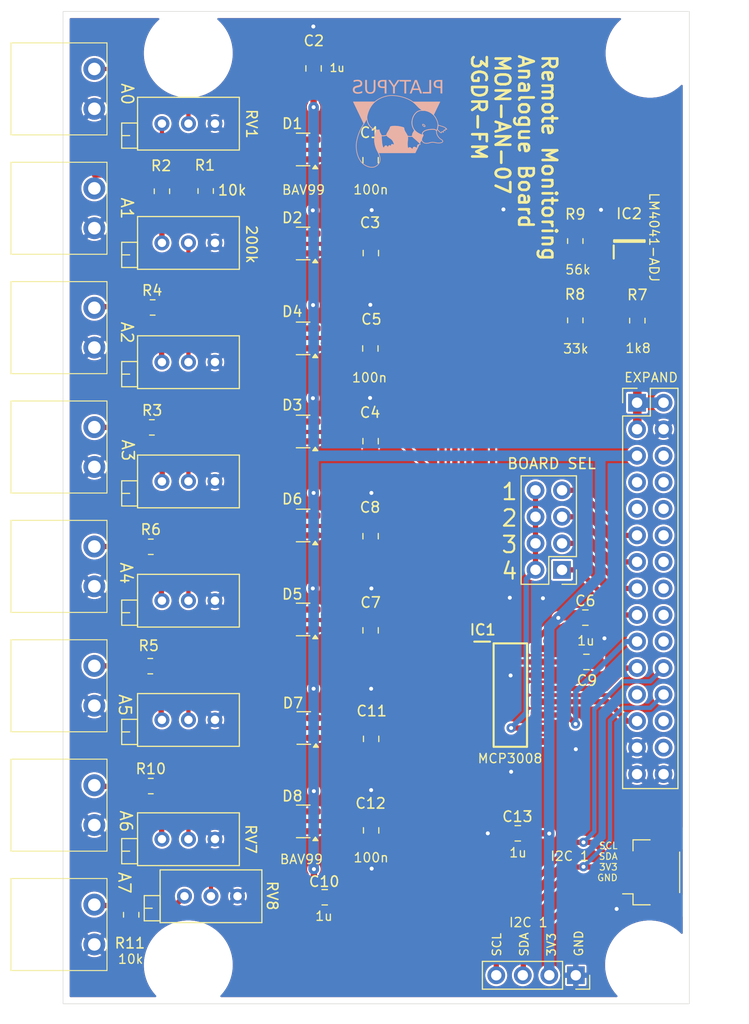
<source format=kicad_pcb>
(kicad_pcb (version 20241229) (generator "pcbnew") (generator_version "9.0")
  (layers (0 "F.Cu" signal) (2 "B.Cu" signal) (13 "F.Paste" user) (15 "B.Paste" user) (5 "F.SilkS" user "F.Silkscreen") (7 "B.SilkS" user "B.Silkscreen") (1 "F.Mask" user) (3 "B.Mask" user) (25 "Edge.Cuts" user))
  (net 0 "")
  (net 1 "/IN0")
  (net 2 "GND")
  (net 3 "/IN4")
  (net 4 "+3V3")
  (net 5 "/IN5")
  (net 6 "/IN1")
  (net 7 "/IN2")
  (net 8 "/IN6")
  (net 9 "/IN3")
  (net 10 "/IN7")
  (net 11 "/GP16")
  (net 12 "+5V")
  (net 13 "/A0")
  (net 14 "/GP8")
  (net 15 "/GP5")
  (net 16 "/GP4")
  (net 17 "/A1")
  (net 18 "/A2")
  (net 19 "/GP21")
  (net 20 "/GP9")
  (net 21 "/GP1")
  (net 22 "/GP13")
  (net 23 "/A3")
  (net 24 "/MOSI")
  (net 25 "/GP7")
  (net 26 "/GP6")
  (net 27 "/GP17")
  (net 28 "/GP11")
  (net 29 "/GP14")
  (net 30 "/GP12")
  (net 31 "/GP10")
  (net 32 "/SCK")
  (net 33 "/A4")
  (net 34 "/VREF")
  (net 35 "/GP15")
  (net 36 "/MISO")
  (net 37 "/CS!")
  (net 38 "/A5")
  (net 39 "/A6")
  (net 40 "/GP18")
  (net 41 "/GP20")
  (net 42 "/GP19")
  (net 43 "Net-(IC2-FB)")
  (net 44 "/A7")
  (net 45 "Net-(R1-Pad2)")
  (net 46 "Net-(R2-Pad2)")
  (net 47 "Net-(R3-Pad2)")
  (net 48 "Net-(R4-Pad2)")
  (net 49 "Net-(R5-Pad2)")
  (net 50 "Net-(R6-Pad2)")
  (net 51 "Net-(R10-Pad2)")
  (net 52 "Net-(R11-Pad2)")
  (footprint "RP:K2EDG" (layer "F.Cu") (at 87.201 54.4104 90)
    (property "Reference" "J1" (hide yes))
    (property "Value" "IN 2" (hide yes))
  )
  (footprint "Capacitor_SMD:C_0805_2012Metric_Pad1.18x1.45mm_HandSolder" (layer "F.Cu") (at 134.3406 107.3658)
    (property "Reference" "C9")
    (property "Value" "1u")
  )
  (footprint "RP:MountingHole_3.5mm_no_fill" (layer "F.Cu") (at 140.3858 136.3726)
    (property "Reference" "H4" (hide yes))
    (property "Value" "MountingHole" (hide yes))
  )
  (footprint "Resistor_SMD:R_0805_2012Metric_Pad1.20x1.40mm_HandSolder" (layer "F.Cu") (at 133.2738 67.072 90)
    (property "Reference" "R9")
    (property "Value" "56k")
  )
  (footprint "Capacitor_SMD:C_0805_2012Metric_Pad1.18x1.45mm_HandSolder" (layer "F.Cu") (at 127.7659 123.7742 180)
    (property "Reference" "C13")
    (property "Value" "1u")
  )
  (footprint "Capacitor_SMD:C_0805_2012Metric_Pad1.18x1.45mm_HandSolder" (layer "F.Cu") (at 113.7158 114.7318 -90)
    (property "Reference" "C11")
    (property "Value" "100n" (hide yes))
  )
  (footprint "Resistor_SMD:R_0805_2012Metric_Pad1.20x1.40mm_HandSolder" (layer "F.Cu") (at 92.6084 119.253)
    (property "Reference" "R10")
    (property "Value" "10k" (hide yes))
  )
  (footprint "RP:K2EDG" (layer "F.Cu") (at 87.201 88.696113 90)
    (property "Reference" "J4" (hide yes))
    (property "Value" "A7" (hide yes))
  )
  (footprint "RP:K2EDG" (layer "F.Cu") (at 87.201 77.267542 90)
    (property "Reference" "J5" (hide yes))
    (property "Value" "IN 2" (hide yes))
  )
  (footprint "Capacitor_SMD:C_0805_2012Metric_Pad1.18x1.45mm_HandSolder" (layer "F.Cu") (at 113.665 95.3262 -90)
    (property "Reference" "C8")
    (property "Value" "100n" (hide yes))
  )
  (footprint "Resistor_SMD:R_0805_2012Metric_Pad1.20x1.40mm_HandSolder" (layer "F.Cu") (at 93.6752 62.3062 -90)
    (property "Reference" "R2")
    (property "Value" "10k")
  )
  (footprint "Resistor_SMD:R_0805_2012Metric_Pad1.20x1.40mm_HandSolder" (layer "F.Cu") (at 92.5576 107.7722)
    (property "Reference" "R5")
    (property "Value" "10k" (hide yes))
  )
  (footprint "Package_TO_SOT_SMD:SOT-23" (layer "F.Cu") (at 107.201 58.3071 180)
    (property "Reference" "D1")
    (property "Value" "BAV99")
  )
  (footprint "Potentiometer_THT:Potentiometer_Bourns_3296X_Horizontal" (layer "F.Cu") (at 100.9142 129.794)
    (property "Reference" "RV8")
    (property "Value" "200k" (hide yes))
  )
  (footprint "Potentiometer_THT:Potentiometer_Bourns_3296X_Horizontal" (layer "F.Cu") (at 98.7552 67.2465)
    (property "Reference" "RV2" (hide yes))
    (property "Value" "200k")
  )
  (footprint "RP:K2EDG" (layer "F.Cu") (at 87.201 65.838971 90)
    (property "Reference" "J2" (hide yes))
    (property "Value" "A7" (hide yes))
  )
  (footprint "Connector_PinHeader_2.54mm:PinHeader_2x15_P2.54mm_Vertical" (layer "F.Cu") (at 139.192 82.55)
    (property "Reference" "J3" (hide yes))
    (property "Value" "EXPAND")
  )
  (footprint "Resistor_SMD:R_0805_2012Metric_Pad1.20x1.40mm_HandSolder" (layer "F.Cu") (at 139.2174 74.692 90)
    (property "Reference" "R7")
    (property "Value" "1k8")
  )
  (footprint "Potentiometer_THT:Potentiometer_Bourns_3296X_Horizontal" (layer "F.Cu") (at 98.7552 112.9157)
    (property "Reference" "RV5" (hide yes))
    (property "Value" "200k")
  )
  (footprint "Capacitor_SMD:C_0805_2012Metric_Pad1.18x1.45mm_HandSolder" (layer "F.Cu") (at 113.6904 68.2244 -90)
    (property "Reference" "C3")
    (property "Value" "100n")
  )
  (footprint "Package_TO_SOT_SMD:SOT-23" (layer "F.Cu") (at 107.2642 113.6904 180)
    (property "Reference" "D7")
    (property "Value" "BAV99" (hide yes))
  )
  (footprint "Package_TO_SOT_SMD:SOT-23" (layer "F.Cu") (at 107.201 94.302528 180)
    (property "Reference" "D6")
    (property "Value" "BAV99" (hide yes))
  )
  (footprint "RP:K2EDG" (layer "F.Cu") (at 87.201 134.4104 90)
    (property "Reference" "J10" (hide yes))
    (property "Value" "A7" (hide yes))
  )
  (footprint "Package_TO_SOT_SMD:SOT-23" (layer "F.Cu") (at 107.201 76.3919 180)
    (property "Reference" "D4")
    (property "Value" "BAV99" (hide yes))
  )
  (footprint "Resistor_SMD:R_0805_2012Metric_Pad1.20x1.40mm_HandSolder" (layer "F.Cu") (at 92.71 84.9122)
    (property "Reference" "R3")
    (property "Value" "10k" (hide yes))
  )
  (footprint "Resistor_SMD:R_0805_2012Metric_Pad1.20x1.40mm_HandSolder" (layer "F.Cu") (at 133.2738 74.6666 90)
    (property "Reference" "R8")
    (property "Value" "33k")
  )
  (footprint "Resistor_SMD:R_0805_2012Metric_Pad1.20x1.40mm_HandSolder" (layer "F.Cu") (at 92.6084 96.3422)
    (property "Reference" "R6")
    (property "Value" "10k" (hide yes))
  )
  (footprint "RP:K2EDG" (layer "F.Cu") (at 87.201 100.124684 90)
    (property "Reference" "J7" (hide yes))
    (property "Value" "IN 2" (hide yes))
  )
  (footprint "Capacitor_SMD:C_0805_2012Metric_Pad1.18x1.45mm_HandSolder" (layer "F.Cu") (at 113.665 104.3432 -90)
    (property "Reference" "C7")
    (property "Value" "100n" (hide yes))
  )
  (footprint "Potentiometer_THT:Potentiometer_Bourns_3296X_Horizontal" (layer "F.Cu") (at 98.7552 78.6638)
    (property "Reference" "RV4" (hide yes))
    (property "Value" "200k")
  )
  (footprint "Connector_PinHeader_2.54mm:PinHeader_2x04_P2.54mm_Vertical" (layer "F.Cu") (at 132.0038 98.552 180)
    (property "Reference" "J8" (hide yes))
    (property "Value" "BOARD_SEL" (hide yes))
  )
  (footprint "RP:JST_SH_SM04B-SRSS-TB_1x04-1MP_P1.00mm_Horizontal_wide_MP" (layer "F.Cu") (at 140.589 127.508 90)
    (property "Reference" "CON2" (hide yes))
    (property "Value" "I2C 1")
  )
  (footprint "SamacSys_Parts:SOT95P237X112-3N" (layer "F.Cu") (at 138.4554 67.072 90)
    (property "Reference" "IC2")
    (property "Value" "LM4041-ADJ")
  )
  (footprint "Capacitor_SMD:C_0805_2012Metric_Pad1.18x1.45mm_HandSolder" (layer "F.Cu") (at 113.665 59.3344 -90)
    (property "Reference" "C1")
    (property "Value" "100n")
  )
  (footprint "RP:K2EDG" (layer "F.Cu") (at 87.201 111.553255 90)
    (property "Reference" "J6" (hide yes))
    (property "Value" "A7" (hide yes))
  )
  (footprint "RP:MountingHole_3.5mm_no_fill" (layer "F.Cu") (at 140.4366 49.0926)
    (property "Reference" "H2" (hide yes))
    (property "Value" "MountingHole" (hide yes))
  )
  (footprint "Package_TO_SOT_SMD:SOT-23" (layer "F.Cu") (at 107.201 85.303671 180)
    (property "Reference" "D3")
    (property "Value" "BAV99" (hide yes))
  )
  (footprint "Capacitor_SMD:C_0805_2012Metric_Pad1.18x1.45mm_HandSolder" (layer "F.Cu") (at 108.201 50.546 90)
    (property "Reference" "C2")
    (property "Value" "1u")
  )
  (footprint "Capacitor_SMD:C_0805_2012Metric_Pad1.18x1.45mm_HandSolder" (layer "F.Cu") (at 113.665 86.233 -90)
    (property "Reference" "C4")
    (property "Value" "100n" (hide yes))
  )
  (footprint "Resistor_SMD:R_0805_2012Metric_Pad1.20x1.40mm_HandSolder" (layer "F.Cu") (at 90.7288 131.572 -90)
    (property "Reference" "R11")
    (property "Value" "10k")
  )
  (footprint "Resistor_SMD:R_0805_2012Metric_Pad1.20x1.40mm_HandSolder" (layer "F.Cu") (at 97.8662 62.2808 -90)
    (property "Reference" "R1")
    (property "Value" "10k")
  )
  (footprint "Capacitor_SMD:C_0805_2012Metric_Pad1.18x1.45mm_HandSolder" (layer "F.Cu") (at 134.239 103.124)
    (property "Reference" "C6")
    (property "Value" "1u" (hide yes))
  )
  (footprint "RP:K2EDG" (layer "F.Cu") (at 87.201 122.981826 90)
    (property "Reference" "J9" (hide yes))
    (property "Value" "IN 2" (hide yes))
  )
  (footprint "Potentiometer_THT:Potentiometer_Bourns_3296X_Horizontal" (layer "F.Cu") (at 98.7552 101.4984)
    (property "Reference" "RV6" (hide yes))
    (property "Value" "200k")
  )
  (footprint "Capacitor_SMD:C_0805_2012Metric_Pad1.18x1.45mm_HandSolder" (layer "F.Cu") (at 113.6396 77.357516 -90)
    (property "Reference" "C5")
    (property "Value" "100n")
  )
  (footprint "Potentiometer_THT:Potentiometer_Bourns_3296X_Horizontal" (layer "F.Cu") (at 98.7552 124.333)
    (property "Reference" "RV7")
    (property "Value" "200k" (hide yes))
  )
  (footprint "RP:MountingHole_3.5mm_no_fill" (layer "F.Cu") (at 96.201 49.0926)
    (property "Reference" "H1" (hide yes))
    (property "Value" "MountingHole" (hide yes))
  )
  (footprint "RP:MountingHole_3.5mm_no_fill" (layer "F.Cu") (at 96.201 136.3726)
    (property "Reference" "H3" (hide yes))
    (property "Value" "MountingHole" (hide yes))
  )
  (footprint "Package_TO_SOT_SMD:SOT-23" (layer "F.Cu") (at 107.2134 122.6312 180)
    (property "Reference" "D8")
    (property "Value" "BAV99")
  )
  (footprint "Potentiometer_THT:Potentiometer_Bourns_3296X_Horizontal" (layer "F.Cu") (at 98.7552 90.0811)
    (property "Reference" "RV3" (hide yes))
    (property "Value" "200k")
  )
  (footprint "Package_TO_SOT_SMD:SOT-23" (layer "F.Cu") (at 107.201 103.301385 180)
    (property "Reference" "D5")
    (property "Value" "BAV99" (hide yes))
  )
  (footprint "Capacitor_SMD:C_0805_2012Metric_Pad1.18x1.45mm_HandSolder" (layer "F.Cu") (at 113.7158 123.4948 -90)
    (property "Reference" "C12")
    (property "Value" "100n")
  )
  (footprint "Capacitor_SMD:C_0805_2012Metric_Pad1.18x1.45mm_HandSolder" (layer "F.Cu") (at 109.2708 129.8956)
    (property "Reference" "C10")
    (property "Value" "1u")
  )
  (footprint "Connector_PinSocket_2.54mm:PinSocket_1x04_P2.54mm_Vertical" (layer "F.Cu") (at 133.3246 137.3632 -90)
    (property "Reference" "CON1" (hide yes))
    (property "Value" "I2C 1")
  )
  (footprint "Potentiometer_THT:Potentiometer_Bourns_3296X_Horizontal" (layer "F.Cu") (at 98.7552 55.8292)
    (property "Reference" "RV1")
    (property "Value" "200k")
  )
  (footprint "Package_TO_SOT_SMD:SOT-23" (layer "F.Cu") (at 107.201 67.305957 180)
    (property "Reference" "D2")
    (property "Value" "BAV99" (hide yes))
  )
  (footprint "Resistor_SMD:R_0805_2012Metric_Pad1.20x1.40mm_HandSolder" (layer "F.Cu") (at 92.7862 73.4314)
    (property "Reference" "R4")
    (property "Value" "10k" (hide yes))
  )
  (footprint "SamacSys_Parts:SOIC127P600X175-16N" (layer "F.Cu") (at 127.0508 110.5408)
    (property "Reference" "IC1")
    (property "Value" "MCP3008")
  )
  (gr_poly (pts (xy 114.691055 56.983768) (xy 114.691053 56.983768) (xy 114.691055 56.983768)) (stroke (width 0.066145) (color 0 255 0 1)) (fill no) (layer "B.SilkS"))
  (gr_poly (pts (xy 119.613625 56.377205) (xy 119.698734 56.38324) (xy 119.777184 56.394009) (xy 119.795162 56.397406) (xy 119.812058 56.401041) (xy 119.827906 56.404916) (xy 119.84274 56.409035) (xy 119.856591 56.413402) (xy 119.869492 56.418019) (xy 119.881478 56.422889) (xy 119.89258 56.428016) (xy 119.902832 56.433403) (xy 119.912267 56.439053) (xy 119.920918 56.44497) (xy 119.928817 56.451156) (xy 119.935998 56.457615) (xy 119.942493 56.464349) (xy 119.948337 56.471363) (xy 119.953561 56.47866) (xy 119.958198 56.486241) (xy 119.962282 56.494112) (xy 119.965846 56.502274) (xy 119.968923 56.510732) (xy 119.971545 56.519488) (xy 119.973745 56.528545) (xy 119.977014 56.547578) (xy 119.978993 56.567855) (xy 119.979945 56.589402) (xy 119.980136 56.612245) (xy 119.979828 56.63641) (xy 119.980267 56.670846) (xy 119.984392 56.70913) (xy 119.992197 56.750715) (xy 120.003673 56.795058) (xy 120.018815 56.841611) (xy 120.037614 56.889829) (xy 120.060063 56.939168) (xy 120.086155 56.989081) (xy 120.115882 57.039024) (xy 120.149237 57.08845) (xy 120.186213 57.136815) (xy 120.226802 57.183573) (xy 120.270997 57.228178) (xy 120.294445 57.249503) (xy 120.318791 57.270085) (xy 120.344036 57.289857) (xy 120.370177 57.308749) (xy 120.397214 57.326694) (xy 120.425146 57.343624) (xy 120.425147 57.343624) (xy 120.425148 57.343625) (xy 120.425148 57.343626) (xy 120.425149 57.343626) (xy 120.42515 57.343628) (xy 120.42515 57.343629) (xy 120.425151 57.34363) (xy 120.425152 57.34363) (xy 120.425152 57.343631) (xy 120.425153 57.343631) (xy 120.425153 57.343632) (xy 120.425154 57.343632) (xy 120.460468 57.365535) (xy 120.49098 57.387166) (xy 120.516828 57.408471) (xy 120.538149 57.429397) (xy 120.555082 57.449891) (xy 120.567765 57.4699) (xy 120.576334 57.489371) (xy 120.580929 57.508251) (xy 120.581687 57.526487) (xy 120.578746 57.544025) (xy 120.572243 57.560813) (xy 120.562317 57.576798) (xy 120.549106 57.591926) (xy 120.532747 57.606144) (xy 120.513379 57.6194) (xy 120.491139 57.631639) (xy 120.466165 57.64281) (xy 120.438595 57.652859) (xy 120.376218 57.669378) (xy 120.305112 57.680773) (xy 120.22638 57.686617) (xy 120.141124 57.686488) (xy 120.050448 57.67996) (xy 119.955456 57.666608) (xy 119.857249 57.646007) (xy 119.825838 57.638811) (xy 119.795387 57.63265) (xy 119.765872 57.627477) (xy 119.737271 57.623246) (xy 119.70956 57.619907) (xy 119.682716 57.617414) (xy 119.656718 57.615719) (xy 119.631541 57.614774) (xy 119.607163 57.614532) (xy 119.583561 57.614946) (xy 119.538594 57.617547) (xy 119.496456 57.622199) (xy 119.456964 57.62852) (xy 119.419934 57.636129) (xy 119.385184 57.644646) (xy 119.35253 57.65369) (xy 119.321789 57.662881) (xy 119.265314 57.680178) (xy 119.239212 57.687524) (xy 119.214291 57.693493) (xy 119.180768 57.69973) (xy 119.146879 57.705205) (xy 119.112727 57.709744) (xy 119.078412 57.71317) (xy 119.04404 57.715308) (xy 119.009711 57.715982) (xy 118.975529 57.715015) (xy 118.941596 57.712233) (xy 118.908015 57.70746) (xy 118.874888 57.70052) (xy 118.842319 57.691237) (xy 118.810408 57.679435) (xy 118.794733 57.672534) (xy 118.779261 57.664939) (xy 118.764005 57.656625) (xy 118.748977 57.647572) (xy 118.734192 57.637758) (xy 118.719662 57.62716) (xy 118.705399 57.615757) (xy 118.691416 57.603527) (xy 118.671031 57.584471) (xy 118.652525 57.5657) (xy 118.635846 57.547177) (xy 118.620939 57.528864) (xy 118.607748 57.510726) (xy 118.59622 57.492725) (xy 118.5863 57.474823) (xy 118.577933 57.456984) (xy 118.571065 57.439171) (xy 118.565642 57.421346) (xy 118.561608 57.403473) (xy 118.55891 57.385514) (xy 118.557492 57.367432) (xy 118.557301 57.349191) (xy 118.558282 57.330753) (xy 118.56038 57.312081) (xy 118.563541 57.293139) (xy 118.56771 57.273888) (xy 118.578855 57.234315) (xy 118.593378 57.193065) (xy 118.610845 57.149842) (xy 118.652862 57.056291) (xy 118.701416 56.95129) (xy 118.703175 56.94642) (xy 118.704256 56.941647) (xy 118.704701 56.936966) (xy 118.704549 56.932371) (xy 118.703842 56.927856) (xy 118.702621 56.923416) (xy 118.700926 56.919046) (xy 118.698798 56.91474) (xy 118.696278 56.910492) (xy 118.693407 56.906298) (xy 118.690225 56.902151) (xy 118.686773 56.898046) (xy 118.679223 56.889941) (xy 118.671083 56.881939) (xy 118.654338 56.866066) (xy 118.646385 56.858108) (xy 118.639146 56.850076) (xy 118.635897 56.846019) (xy 118.632948 56.841928) (xy 118.630342 56.837796) (xy 118.628118 56.833619) (xy 118.626317 56.82939) (xy 118.62498 56.825104) (xy 118.624148 56.820757) (xy 118.623862 56.816341) (xy 118.626482 56.78305) (xy 118.633269 56.751115) (xy 118.644022 56.720529) (xy 118.65854 56.691288) (xy 118.676622 56.663384) (xy 118.698067 56.636813) (xy 118.722674 56.611568) (xy 118.750242 56.587643) (xy 118.780568 56.565032) (xy 118.813454 56.543729) (xy 118.886095 56.505024) (xy 118.966557 56.471481) (xy 119.053231 56.443052) (xy 119.144508 56.41969) (xy 119.238778 56.401346) (xy 119.334434 56.387973) (xy 119.429867 56.379523) (xy 119.523467 56.37595)) (stroke (width 0.066145) (color 0 255 0 1)) (fill no) (layer "B.SilkS"))
  (gr_poly (pts (xy 114.059497 53.743191) (xy 114.059489 53.743191) (xy 114.059497 53.743184)) (stroke (width 0.053477) (color 155 102 87 1)) (fill yes) (layer "B.SilkS"))
  (gr_poly (pts (xy 115.209761 56.957682) (xy 115.218821 56.971277) (xy 115.238964 56.997628) (xy 115.2616 57.022984) (xy 115.286479 57.04749) (xy 115.313351 57.071294) (xy 115.341968 57.094541) (xy 115.37208 57.117378) (xy 115.403438 57.139952) (xy 115.536345 57.230539) (xy 115.603796 57.278059) (xy 115.636899 57.302888) (xy 115.669253 57.328625) (xy 115.684783 57.342074) (xy 115.699935 57.356591) (xy 115.714701 57.372089) (xy 115.729071 57.388478) (xy 115.756579 57.42358) (xy 115.782379 57.461188) (xy 115.806391 57.500598) (xy 115.828534 57.541103) (xy 115.848727 57.581996) (xy 115.86689 57.62257) (xy 115.882943 57.662119) (xy 115.896804 57.699937) (xy 115.908393 57.735317) (xy 115.917629 57.767552) (xy 115.924433 57.795936) (xy 115.928723 57.819763) (xy 115.930418 57.838326) (xy 115.930268 57.845412) (xy 115.929439 57.850918) (xy 115.927266 57.855186) (xy 115.924518 57.858653) (xy 115.92122 57.861363) (xy 115.917399 57.863364) (xy 115.913079 57.864702) (xy 115.908286 57.865424) (xy 115.903046 57.865577) (xy 115.897384 57.865208) (xy 115.8849 57.863088) (xy 115.871037 57.859437) (xy 115.856002 57.85463) (xy 115.84 57.84904) (xy 115.805913 57.837003) (xy 115.788239 57.831303) (xy 115.770419 57.826313) (xy 115.752657 57.822407) (xy 115.73516 57.819959) (xy 115.726574 57.819398) (xy 115.718131 57.819341) (xy 115.709857 57.819835) (xy 115.701777 57.820927) (xy 115.694156 57.823004) (xy 115.687223 57.825922) (xy 115.680945 57.829625) (xy 115.675293 57.834061) (xy 115.670234 57.839176) (xy 115.665737 57.844917) (xy 115.661772 57.851229) (xy 115.658307 57.85806) (xy 115.655311 57.865356) (xy 115.652753 57.873064) (xy 115.650602 57.881129) (xy 115.648827 57.889498) (xy 115.646278 57.906935) (xy 115.644858 57.924948) (xy 115.644317 57.943106) (xy 115.644407 57.960983) (xy 115.645482 57.994178) (xy 115.646089 58.021106) (xy 115.645594 58.03115) (xy 115.644234 58.038341) (xy 115.641757 58.039991) (xy 115.639021 58.040759) (xy 115.636031 58.040701) (xy 115.63279 58.039874) (xy 115.629304 58.038333) (xy 115.625577 58.036134) (xy 115.617418 58.029986) (xy 115.60835 58.021875) (xy 115.59841 58.012249) (xy 115.57606 57.990237) (xy 115.563724 57.978744) (xy 115.550662 57.967522) (xy 115.536911 57.957018) (xy 115.529788 57.952174) (xy 115.522507 57.947677) (xy 115.515072 57.943583) (xy 115.507488 57.939948) (xy 115.499759 57.936826) (xy 115.49189 57.934275) (xy 115.483885 57.93235) (xy 115.47575 57.931107) (xy 115.467488 57.930601) (xy 115.459104 57.930889) (xy 115.450679 57.932264) (xy 115.442747 57.934478) (xy 115.435287 57.937476) (xy 115.428281 57.941204) (xy 115.421706 57.945607) (xy 115.415544 57.950631) (xy 115.409774 57.956221) (xy 115.404377 57.962323) (xy 115.399331 57.968883) (xy 115.394616 57.975846) (xy 115.390213 57.983158) (xy 115.386102 57.990764) (xy 115.378672 58.00664) (xy 115.372166 58.02304) (xy 115.366422 58.039527) (xy 115.36128 58.055667) (xy 115.352152 58.085162) (xy 115.347845 58.097646) (xy 115.343494 58.10804) (xy 115.341251 58.112317) (xy 115.338937 58.115908) (xy 115.336531 58.118759) (xy 115.334014 58.120815) (xy 115.3304 58.122633) (xy 115.326592 58.122998) (xy 115.322586 58.122011) (xy 115.318378 58.119771) (xy 115.313965 58.116377) (xy 115.309343 58.111931) (xy 115.299458 58.100276) (xy 115.250829 58.031476) (xy 115.236254 58.01272) (xy 115.220652 57.994938) (xy 115.212457 57.986661) (xy 115.203994 57.978927) (xy 115.195261 57.971836) (xy 115.186252 57.965486) (xy 115.176965 57.959979) (xy 115.167396 57.955413) (xy 115.157541 57.951889) (xy 115.147396 57.949506) (xy 115.136959 57.948364) (xy 115.126224 57.948562) (xy 115.115189 57.950201) (xy 115.10385 57.95338) (xy 115.092881 57.957763) (xy 115.082477 57.962903) (xy 115.072615 57.96874) (xy 115.063274 57.975212) (xy 115.054431 57.982257) (xy 115.046065 57.989812) (xy 115.038153 57.997818) (xy 115.030673 58.00621) (xy 115.023604 58.014929) (xy 115.016923 58.023912) (xy 115.004639 58.042422) (xy 114.993644 58.061247) (xy 114.983764 58.079893) (xy 114.966643 58.11467) (xy 114.959049 58.129812) (xy 114.951867 58.142798) (xy 114.948374 58.148328) (xy 114.944918 58.153134) (xy 114.941477 58.157153) (xy 114.938029 58.160325) (xy 114.934551 58.162586) (xy 114.931022 58.163877) (xy 114.92742 58.164134) (xy 114.923722 58.163296) (xy 114.903549 58.1525) (xy 114.884745 58.137611) (xy 114.867255 58.11887) (xy 114.851026 58.096519) (xy 114.836005 58.070798) (xy 114.822138 58.041949) (xy 114.797652 57.975829) (xy 114.777139 57.90009) (xy 114.760169 57.81666) (xy 114.746315 57.727468) (xy 114.735147 57.634443) (xy 114.719155 57.444613) (xy 114.708762 57.262601) (xy 114.700539 57.103842) (xy 114.691055 56.983768) (xy 114.728338 56.986229) (xy 114.76511 56.987995) (xy 114.801325 56.989072) (xy 114.836939 56.989468) (xy 114.871907 56.989191) (xy 114.906187 56.988248) (xy 114.939734 56.986646) (xy 114.972504 56.984392) (xy 115.004454 56.981494) (xy 115.035538 56.977959) (xy 115.065713 56.973795) (xy 115.094936 56.969008) (xy 115.123162 56.963606) (xy 115.150347 56.957596) (xy 115.176447 56.950986) (xy 115.201418 56.943783)) (stroke (width 0.066145) (color 0 255 0 1)) (fill no) (layer "B.SilkS"))
  (gr_poly (pts (xy 113.983526 53.815254) (xy 113.912552 53.889457) (xy 113.846393 53.965538) (xy 113.784865 54.043246) (xy 113.727786 54.122327) (xy 113.674972 54.202528) (xy 113.626241 54.283597) (xy 113.58141 54.365281) (xy 113.540295 54.447327) (xy 113.502715 54.529483) (xy 113.468485 54.611494) (xy 113.437422 54.693109) (xy 113.409345 54.774075) (xy 113.384069 54.854139) (xy 113.361413 54.933047) (xy 113.341192 55.010548) (xy 113.333715 55.043129) (xy 113.327378 55.075629) (xy 113.322133 55.10804) (xy 113.317931 55.14035) (xy 113.314723 55.172553) (xy 113.31246 55.204637) (xy 113.311093 55.236593) (xy 113.310573 55.268414) (xy 113.298102 55.30366) (xy 113.284643 55.338672) (xy 113.270239 55.373495) (xy 113.254935 55.408181) (xy 113.238773 55.442777) (xy 113.221798 55.477331) (xy 113.185582 55.54651) (xy 113.146637 55.616107) (xy 113.105313 55.686511) (xy 113.016924 55.831295) (xy 112.016208 53.746541) (xy 114.059489 53.743191)) (stroke (width 0.053477) (color 155 102 87 1)) (fill yes) (layer "B.SilkS"))
  (gr_poly (pts (xy 115.787462 53.142072) (xy 115.913367 53.148371) (xy 116.045106 53.159814) (xy 116.181712 53.176549) (xy 116.322218 53.198728) (xy 116.465655 53.226501) (xy 116.611057 53.260016) (xy 116.757455 53.299426) (xy 116.903883 53.344879) (xy 117.049373 53.396526) (xy 117.192957 53.454517) (xy 117.333668 53.519001) (xy 117.470538 53.59013) (xy 117.526698 53.622403) (xy 117.579905 53.655) (xy 117.630344 53.687879) (xy 117.6782 53.721) (xy 117.766902 53.787799) (xy 117.847486 53.855063) (xy 117.92143 53.922458) (xy 117.99021 53.989652) (xy 118.118187 54.122104) (xy 118.180338 54.186696) (xy 118.243233 54.249753) (xy 118.308348 54.310944) (xy 118.377161 54.369935) (xy 118.451149 54.426393) (xy 118.490545 54.453568) (xy 118.531788 54.479985) (xy 118.575063 54.505601) (xy 118.620555 54.530377) (xy 118.668449 54.554269) (xy 118.718928 54.577237) (xy 118.663407 54.570096) (xy 118.609421 54.566386) (xy 118.556967 54.565961) (xy 118.506042 54.56868) (xy 118.456641 54.574399) (xy 118.408761 54.582974) (xy 118.362398 54.594263) (xy 118.317548 54.608122) (xy 118.274209 54.624408) (xy 118.232376 54.642978) (xy 118.192045 54.663688) (xy 118.153213 54.686396) (xy 118.115876 54.710958) (xy 118.080031 54.73723) (xy 118.045673 54.765071) (xy 118.0128 54.794336) (xy 117.951492 54.856566) (xy 117.896076 54.922775) (xy 117.846524 54.991818) (xy 117.802807 55.062548) (xy 117.764894 55.13382) (xy 117.732756 55.204488) (xy 117.706365 55.273406) (xy 117.685691 55.339428) (xy 117.667347 55.408999) (xy 117.651873 55.478976) (xy 117.639499 55.549298) (xy 117.630456 55.619901) (xy 117.624975 55.690724) (xy 117.623288 55.761705) (xy 117.625624 55.83278) (xy 117.632215 55.903889) (xy 117.643292 55.974968) (xy 117.659085 56.045956) (xy 117.679825 56.11679) (xy 117.705744 56.187407) (xy 117.737073 56.257747) (xy 117.774041 56.327746) (xy 117.81688 56.397342) (xy 117.865821 56.466473) (xy 117.848153 56.506012) (xy 117.830023 56.542535) (xy 117.811674 56.576598) (xy 117.793346 56.608758) (xy 117.757725 56.669593) (xy 117.740915 56.699381) (xy 117.725094 56.729491) (xy 117.710505 56.76048) (xy 117.697389 56.792904) (xy 117.691459 56.809827) (xy 117.685988 56.827319) (xy 117.681006 56.845447) (xy 117.676544 56.864282) (xy 117.672632 56.883892) (xy 117.669299 56.904349) (xy 117.666577 56.92572) (xy 117.664495 56.948077) (xy 117.663083 56.971487) (xy 117.662373 56.996022) (xy 117.662393 57.02175) (xy 117.663175 57.04874) (xy 117.602438 57.054659) (xy 117.547858 57.059053) (xy 117.496679 57.061573) (xy 117.471503 57.06202) (xy 117.446144 57.061866) (xy 117.420258 57.061067) (xy 117.393499 57.05958) (xy 117.365524 57.057361) (xy 117.335987 57.054365) (xy 117.304545 57.050549) (xy 117.270853 57.045869) (xy 117.19534 57.033741) (xy 117.185801 57.006467) (xy 117.175521 56.979899) (xy 117.153005 56.928655) (xy 117.128319 56.879565) (xy 117.101992 56.83218) (xy 117.07455 56.786055) (xy 117.046522 56.740742) (xy 116.990819 56.650769) (xy 116.964198 56.605215) (xy 116.939102 56.558688) (xy 116.916059 56.51074) (xy 116.895595 56.460925) (xy 116.886496 56.435178) (xy 116.878239 56.408797) (xy 116.870891 56.381726) (xy 116.864519 56.353909) (xy 116.859186 56.32529) (xy 116.854961 56.295814) (xy 116.851909 56.265425) (xy 116.850095 56.234066) (xy 116.807481 56.215289) (xy 116.753693 56.195843) (xy 116.690047 56.176228) (xy 116.617858 56.156946) (xy 116.538443 56.1385) (xy 116.453116 56.121389) (xy 116.363194 56.106116) (xy 116.269992 56.093183) (xy 116.174826 56.08309) (xy 116.079011 56.076339) (xy 115.983863 56.073432) (xy 115.890698 56.074871) (xy 115.800831 56.081156) (xy 115.715577 56.092789) (xy 115.636253 56.110272) (xy 115.599226 56.121364) (xy 115.564175 56.134106) (xy 115.564177 56.134113) (xy 115.541606 56.206242) (xy 115.515661 56.274678) (xy 115.487069 56.339591) (xy 115.456561 56.401155) (xy 115.424866 56.459542) (xy 115.392713 56.514923) (xy 115.329948 56.617357) (xy 115.274103 56.709834) (xy 115.250598 56.752769) (xy 115.231011 56.793731) (xy 115.21607 56.832891) (xy 115.21057 56.85185) (xy 115.206506 56.870423) (xy 115.203967 56.888632) (xy 115.203047 56.906498) (xy 115.203834 56.924043) (xy 115.206422 56.941288) (xy 115.104475 56.969246) (xy 115.050745 56.982756) (xy 115.022525 56.988881) (xy 114.993146 56.994391) (xy 114.962418 56.99914) (xy 114.930151 57.002981) (xy 114.896155 57.005767) (xy 114.860238 57.007353) (xy 114.822211 57.007591) (xy 114.781882 57.006336) (xy 114.739061 57.003441) (xy 114.693557 56.99876) (xy 114.692273 56.986764) (xy 114.68988 56.974217) (xy 114.686455 56.961138) (xy 114.682076 56.947546) (xy 114.670768 56.918906) (xy 114.65658 56.888454) (xy 114.640134 56.856348) (xy 114.622053 56.822744) (xy 114.58348 56.751674) (xy 114.564234 56.714522) (xy 114.545845 56.676503) (xy 114.528937 56.637774) (xy 114.514132 56.598492) (xy 114.507714 56.578693) (xy 114.502054 56.558814) (xy 114.497232 56.538877) (xy 114.493326 56.518899) (xy 114.490412 56.498901) (xy 114.48857 56.478903) (xy 114.487876 56.458924) (xy 114.488409 56.438984) (xy 114.451032 56.443604) (xy 114.415609 56.44713) (xy 114.381805 56.449521) (xy 114.349287 56.450738) (xy 114.317723 56.450739) (xy 114.286777 56.449484) (xy 114.256117 56.446934) (xy 114.22541 56.443047) (xy 114.194321 56.437785) (xy 114.162518 56.431105) (xy 114.129667 56.422968) (xy 114.095434 56.413334) (xy 114.059486 56.402163) (xy 114.02149 56.389414) (xy 113.981111 56.375046) (xy 113.938017 56.35902) (xy 113.907694 56.345958) (xy 113.876853 56.330253) (xy 113.845621 56.311983) (xy 113.814125 56.291231) (xy 113.782491 56.268075) (xy 113.750847 56.242597) (xy 113.719319 56.214875) (xy 113.688034 56.18499) (xy 113.65712 56.153022) (xy 113.626702 56.119051) (xy 113.596909 56.083158) (xy 113.567866 56.045422) (xy 113.539701 56.005923) (xy 113.51254 55.964742) (xy 113.486511 55.921958) (xy 113.46174 55.877652) (xy 113.438355 55.831904) (xy 113.416482 55.784793) (xy 113.396247 55.736401) (xy 113.377779 55.686806) (xy 113.361204 55.636089) (xy 113.346648 55.584331) (xy 113.334239 55.53161) (xy 113.324103 55.478008) (xy 113.316368 55.423604) (xy 113.31116 55.368479) (xy 113.308606 55.312712) (xy 113.308834 55.256384) (xy 113.311969 55.199574) (xy 113.318139 55.142363) (xy 113.327471 55.084831) (xy 113.340092 55.027058) (xy 113.376371 54.892651) (xy 113.420178 54.754569) (xy 113.472473 54.614115) (xy 113.534215 54.472592) (xy 113.606365 54.331303) (xy 113.689882 54.191552) (xy 113.785728 54.054642) (xy 113.838574 53.987659) (xy 113.894862 53.921875) (xy 113.954713 53.857453) (xy 114.018245 53.794556) (xy 114.08558 53.733346) (xy 114.156836 53.673987) (xy 114.232135 53.616641) (xy 114.311596 53.561471) (xy 114.39534 53.50864) (xy 114.483485 53.458311) (xy 114.576153 53.410648) (xy 114.673463 53.365812) (xy 114.775536 53.323967) (xy 114.88249 53.285275) (xy 114.994448 53.2499) (xy 115.111527 53.218004) (xy 115.233849 53.189751) (xy 115.361533 53.165303) (xy 115.454426 53.152531) (xy 115.557024 53.144302) (xy 115.668358 53.140765)) (stroke (width 0.066145) (color 0 255 0 1)) (fill no) (layer "B.SilkS"))
  (gr_poly (pts (xy 117.914292 56.500047) (xy 117.949234 56.53727) (xy 117.98652 56.573641) (xy 118.026198 56.609112) (xy 118.068315 56.643631) (xy 118.112921 56.67715) (xy 118.160062 56.709618) (xy 118.209788 56.740984) (xy 118.262147 56.771199) (xy 118.317187 56.800212) (xy 118.374956 56.827974) (xy 118.435502 56.854434) (xy 118.498874 56.879542) (xy 118.56512 56.903248) (xy 118.634288 56.925503) (xy 118.706426 56.946255) (xy 118.705976 56.951613) (xy 118.705896 56.952286) (xy 118.705798 56.952961) (xy 118.705678 56.953639) (xy 118.705533 56.954322) (xy 118.70536 56.955009) (xy 118.705153 56.955701) (xy 118.70491 56.956399) (xy 118.704626 56.957104) (xy 118.652775 57.06981) (xy 118.629706 57.121033) (xy 118.609211 57.169344) (xy 118.600087 57.192526) (xy 118.591794 57.215122) (xy 118.584397 57.23718) (xy 118.577957 57.258747) (xy 118.572538 57.279871) (xy 118.568203 57.3006) (xy 118.565014 57.32098) (xy 118.563034 57.341061) (xy 118.402968 57.670757) (xy 118.377124 57.724499) (xy 118.348349 57.690449) (xy 118.313817 57.653376) (xy 118.274306 57.613705) (xy 118.230594 57.571862) (xy 118.133679 57.483358) (xy 118.029295 57.391265) (xy 117.823013 57.209917) (xy 117.733562 57.127464) (xy 117.694982 57.089781) (xy 117.661649 57.055145) (xy 117.662167 57.055065) (xy 117.662768 57.054986) (xy 117.663343 57.054922) (xy 117.663907 57.05487) (xy 117.665052 57.054775) (xy 117.66566 57.054723) (xy 117.66631 57.054661) (xy 117.665565 57.027642) (xy 117.665652 57.001831) (xy 117.666536 56.977164) (xy 117.668182 56.953573) (xy 117.670555 56.930994) (xy 117.67362 56.909359) (xy 117.677342 56.888603) (xy 117.681687 56.868661) (xy 117.686619 56.849465) (xy 117.692103 56.830951) (xy 117.698105 56.813052) (xy 117.70459 56.795703) (xy 117.718866 56.762388) (xy 117.734653 56.730479) (xy 117.751672 56.699449) (xy 117.769642 56.66877) (xy 117.807321 56.606355) (xy 117.826469 56.573564) (xy 117.845452 56.539015) (xy 117.863989 56.502178) (xy 117.881801 56.462528) (xy 117.881644 56.462025)) (stroke (width 0.053477) (color 155 102 87 1)) (fill yes) (layer "B.SilkS"))
  (gr_poly (pts (xy 120.183419 55.986987) (xy 120.234464 56.006024) (xy 120.289636 56.02422) (xy 120.348007 56.042002) (xy 120.470639 56.078038) (xy 120.533045 56.097148) (xy 120.594941 56.117559) (xy 120.655401 56.139697) (xy 120.713498 56.163991) (xy 120.768303 56.190869) (xy 120.794182 56.205411) (xy 120.81889 56.22076) (xy 120.842312 56.236969) (xy 120.864332 56.254092) (xy 120.884834 56.272182) (xy 120.903702 56.291293) (xy 120.920819 56.311479) (xy 120.936071 56.332792) (xy 120.949342 56.355287) (xy 120.960514 56.379017) (xy 120.961802 56.38235) (xy 120.962403 56.384889) (xy 120.962349 56.386692) (xy 120.961672 56.387815) (xy 120.960403 56.388314) (xy 120.958573 56.388245) (xy 120.95336 56.386628) (xy 120.91642 56.368704) (xy 120.904427 56.36361) (xy 120.891837 56.359172) (xy 120.885397 56.357339) (xy 120.878902 56.355839) (xy 120.872385 56.354728) (xy 120.865876 56.354062) (xy 120.859407 56.353897) (xy 120.853011 56.354291) (xy 120.846718 56.355298) (xy 120.84056 56.356976) (xy 120.834569 56.359381) (xy 120.828776 56.362568) (xy 120.823213 56.366595) (xy 120.817911 56.371517) (xy 120.813041 56.377067) (xy 120.80873 56.382474) (xy 120.804952 56.387743) (xy 120.801681 56.392875) (xy 120.79889 56.397876) (xy 120.796553 56.402749) (xy 120.794642 56.407497) (xy 120.793132 56.412124) (xy 120.791996 56.416635) (xy 120.791206 56.421031) (xy 120.790738 56.425318) (xy 120.790563 56.429499) (xy 120.790656 56.433578) (xy 120.79099 56.437557) (xy 120.791538 56.441441) (xy 120.792274 56.445234) (xy 120.793171 56.448939) (xy 120.794203 56.45256) (xy 120.796565 56.459564) (xy 120.801735 56.472722) (xy 120.804118 56.478936) (xy 120.806084 56.484944) (xy 120.806843 56.487881) (xy 120.807419 56.490777) (xy 120.807784 56.493637) (xy 120.807911 56.496464) (xy 120.807885 56.498932) (xy 120.807353 56.500746) (xy 120.806335 56.501954) (xy 120.804852 56.502605) (xy 120.802926 56.502747) (xy 120.800578 56.502428) (xy 120.794698 56.500604) (xy 120.7585 56.484595) (xy 120.747123 56.480355) (xy 120.735153 56.476795) (xy 120.728998 56.475392) (xy 120.722758 56.474305) (xy 120.716454 56.473582) (xy 120.710106 56.473271) (xy 120.703737 56.473422) (xy 120.697366 56.474082) (xy 120.691016 56.475301) (xy 120.684707 56.477127) (xy 120.678461 56.479607) (xy 120.672297 56.482792) (xy 120.666239 56.486729) (xy 120.660305 56.491466) (xy 120.654576 56.496854) (xy 120.649557 56.502237) (xy 120.645213 56.50761) (xy 120.641506 56.512967) (xy 120.6384 56.518305) (xy 120.635858 56.523617) (xy 120.633844 56.528899) (xy 120.632321 56.534146) (xy 120.631253 56.539352) (xy 120.630602 56.544513) (xy 120.630332 56.549624) (xy 120.630407 56.554679) (xy 120.630789 56.559674) (xy 120.631443 56.564604) (xy 120.632331 56.569463) (xy 120.633417 56.574246) (xy 120.636036 56.583567) (xy 120.639007 56.592525) (xy 120.644832 56.609193) (xy 120.6471 56.616822) (xy 120.647945 56.620443) (xy 120.648547 56.623928) (xy 120.648871 56.627273) (xy 120.64888 56.630471) (xy 120.648538 56.633518) (xy 120.647806 56.63641) (xy 120.646324 56.639522) (xy 120.644248 56.641865) (xy 120.641612 56.643489) (xy 120.638454 56.644443) (xy 120.634808 56.644779) (xy 120.63071 56.644547) (xy 120.626196 56.643796) (xy 120.621303 56.642579) (xy 120.610517 56.638941) (xy 120.59864 56.634037) (xy 120.572752 56.622041) (xy 120.545927 56.60981) (xy 120.532877 56.604613) (xy 120.52045 56.600566) (xy 120.514559 56.599099) (xy 120.508932 56.59807) (xy 120.503603 56.597531) (xy 120.498608 56.59753) (xy 120.493984 56.598119) (xy 120.489766 56.599347) (xy 120.485989 56.601265) (xy 120.482689 56.603924) (xy 120.479569 56.607041) (xy 120.476765 56.610292) (xy 120.474256 56.613668) (xy 120.472019 56.617155) (xy 120.470033 56.620743) (xy 120.468276 56.624421) (xy 120.466728 56.628176) (xy 120.465366 56.631997) (xy 120.463117 56.639793) (xy 120.461354 56.647718) (xy 120.458604 56.663585) (xy 120.457271 56.671344) (xy 120.455737 56.678866) (xy 120.453829 56.686059) (xy 120.452681 56.689503) (xy 120.451375 56.69283) (xy 120.449889 56.69603) (xy 120.448202 56.69909) (xy 120.446293 56.701999) (xy 120.444139 56.704745) (xy 120.44172 56.707318) (xy 120.439013 56.709705) (xy 120.435998 56.711896) (xy 120.432652 56.713879) (xy 120.427365 56.715379) (xy 120.420933 56.715253) (xy 120.41343 56.713588) (xy 120.404927 56.710471) (xy 120.395497 56.705988) (xy 120.385212 56.700227) (xy 120.362368 56.685217) (xy 120.336972 56.666136) (xy 120.309606 56.643681) (xy 120.280846 56.618546) (xy 120.251273 56.591427) (xy 120.192003 56.534019) (xy 120.136426 56.47702) (xy 120.089176 56.425996) (xy 120.054884 56.386509) (xy 120.054869 56.386509) (xy 120.062695 56.365597) (xy 120.070217 56.343256) (xy 120.077424 56.319642) (xy 120.084305 56.294907) (xy 120.097044 56.242692) (xy 120.108347 56.187841) (xy 120.118124 56.131583) (xy 120.126289 56.075151) (xy 120.132753 56.019772) (xy 120.137427 55.966679)) (stroke (width 0.066145) (color 0 255 0 1)) (fill no) (layer "B.SilkS"))
  (gr_poly (pts (xy 118.702041 54.56494) (xy 118.761139 54.568112) (xy 118.820492 54.573846) (xy 118.879974 54.58214) (xy 118.939457 54.592991) (xy 118.998815 54.606395) (xy 119.057923 54.622349) (xy 119.116653 54.64085) (xy 119.174879 54.661894) (xy 119.232475 54.685479) (xy 119.289313 54.711601) (xy 119.345269 54.740258) (xy 119.400215 54.771445) (xy 119.454025 54.805159) (xy 119.506573 54.841399) (xy 119.557732 54.880159) (xy 119.607375 54.921438) (xy 119.655376 54.965231) (xy 119.70161 55.011536) (xy 119.745948 55.060349) (xy 119.788266 55.111668) (xy 119.828436 55.165488) (xy 119.866331 55.221808) (xy 119.901827 55.280623) (xy 119.934796 55.341931) (xy 119.969136 55.410803) (xy 120.000654 55.478117) (xy 120.02905 55.544361) (xy 120.054022 55.610027) (xy 120.075272 55.675604) (xy 120.092497 55.741585) (xy 120.105399 55.808458) (xy 120.113675 55.876716) (xy 120.117026 55.946847) (xy 120.11515 56.019344) (xy 120.107749 56.094695) (xy 120.09452 56.173393) (xy 120.075165 56.255927) (xy 120.049381 56.342787) (xy 120.016869 56.434466) (xy 119.977328 56.531452) (xy 119.971592 56.517347) (xy 119.965188 56.504069) (xy 119.958134 56.491594) (xy 119.950453 56.4799) (xy 119.942163 56.468964) (xy 119.933285 56.458762) (xy 119.923838 56.449273) (xy 119.913844 56.440472) (xy 119.903323 56.432338) (xy 119.892293 56.424847) (xy 119.880777 56.417977) (xy 119.868793 56.411704) (xy 119.843504 56.400859) (xy 119.816587 56.392131) (xy 119.788205 56.385335) (xy 119.758519 56.38029) (xy 119.727688 56.376811) (xy 119.695876 56.374716) (xy 119.663243 56.373822) (xy 119.62995 56.373945) (xy 119.562031 56.376515) (xy 119.46599 56.38374) (xy 119.375721 56.392378) (xy 119.291074 56.402554) (xy 119.211898 56.414391) (xy 119.138043 56.428015) (xy 119.06936 56.44355) (xy 119.03691 56.452073) (xy 119.005697 56.46112) (xy 118.975701 56.470707) (xy 118.946904 56.48085) (xy 118.919287 56.491564) (xy 118.892832 56.502864) (xy 118.867519 56.514767) (xy 118.843329 56.527287) (xy 118.820245 56.54044) (xy 118.798247 56.554242) (xy 118.777316 56.568709) (xy 118.757433 56.583856) (xy 118.738581 56.599698) (xy 118.720739 56.616251) (xy 118.70389 56.63353) (xy 118.688014 56.651552) (xy 118.673092 56.670332) (xy 118.659107 56.689885) (xy 118.646039 56.710227) (xy 118.633869 56.731373) (xy 118.628879 56.73767) (xy 118.624679 56.743916) (xy 118.621235 56.750117) (xy 118.618516 56.75628) (xy 118.61649 56.762412) (xy 118.615124 56.768519) (xy 118.614387 56.774609) (xy 118.614246 56.780689) (xy 118.614669 56.786765) (xy 118.615625 56.792844) (xy 118.617081 56.798933) (xy 118.619005 56.805039) (xy 118.621365 56.811169) (xy 118.62413 56.81733) (xy 118.630742 56.82977) (xy 118.638586 56.842415) (xy 118.647404 56.855321) (xy 118.66694 56.882131) (xy 118.677143 56.896146) (xy 118.687296 56.91064) (xy 118.697141 56.925669) (xy 118.706421 56.941288) (xy 118.630002 56.919341) (xy 118.556912 56.895711) (xy 118.487094 56.870457) (xy 118.42049 56.84364) (xy 118.357043 56.815318) (xy 118.296697 56.785551) (xy 118.239392 56.754399) (xy 118.185074 56.721921) (xy 118.133683 56.688176) (xy 118.085163 56.653224) (xy 118.039457 56.617124) (xy 117.996507 56.579937) (xy 117.956257 56.54172) (xy 117.918648 56.502535) (xy 117.883623 56.46244) (xy 117.851126 56.421494) (xy 117.821099 56.379759) (xy 117.793485 56.337291) (xy 117.768226 56.294152) (xy 117.745265 56.250401) (xy 117.724545 56.206097) (xy 117.706009 56.1613) (xy 117.689599 56.116069) (xy 117.675259 56.070464) (xy 117.652556 55.978368) (xy 117.637443 55.885489) (xy 117.629461 55.792302) (xy 117.628152 55.699284) (xy 117.628151 55.699284) (xy 117.630172 55.653448) (xy 117.633855 55.607819) (xy 117.639147 55.562456) (xy 117.645995 55.51742) (xy 117.654346 55.472769) (xy 117.664145 55.428565) (xy 117.675341 55.384866) (xy 117.68788 55.341734) (xy 117.70171 55.299228) (xy 117.716776 55.257407) (xy 117.733025 55.216333) (xy 117.750406 55.176064) (xy 117.768863 55.136661) (xy 117.788345 55.098184) (xy 117.808799 55.060692) (xy 117.83017 55.024245) (xy 117.852406 54.988905) (xy 117.875454 54.954729) (xy 117.89926 54.921779) (xy 117.923772 54.890115) (xy 117.948936 54.859795) (xy 117.974699 54.830881) (xy 118.001009 54.803432) (xy 118.027811 54.777508) (xy 118.055053 54.75317) (xy 118.082682 54.730476) (xy 118.110644 54.709487) (xy 118.138886 54.690263) (xy 118.167356 54.672863) (xy 118.195999 54.657349) (xy 118.224764 54.643779) (xy 118.253596 54.632214) (xy 118.306105 54.614767) (xy 118.35988 54.599909) (xy 118.414795 54.587637) (xy 118.470724 54.577946) (xy 118.527539 54.570834) (xy 118.585114 54.566298) (xy 118.643324 54.564334)) (stroke (width 0.066145) (color 0 255 0 1)) (fill no) (layer "B.SilkS"))
  (gr_poly (pts (xy 116.086001 56.074289) (xy 116.181809 56.081042) (xy 116.276967 56.091138) (xy 116.370162 56.104074) (xy 116.460077 56.11935) (xy 116.545396 56.136463) (xy 116.624805 56.154912) (xy 116.696989 56.174196) (xy 116.760631 56.193812) (xy 116.814416 56.21326) (xy 116.857029 56.232037) (xy 116.858843 56.263396) (xy 116.861896 56.293785) (xy 116.866123 56.32326) (xy 116.871456 56.351877) (xy 116.877831 56.379692) (xy 116.885181 56.406761) (xy 116.89344 56.433139) (xy 116.902542 56.458882) (xy 116.923012 56.508689) (xy 116.946062 56.556628) (xy 116.971165 56.603146) (xy 116.997793 56.648689) (xy 117.053512 56.738642) (xy 117.081546 56.783945) (xy 117.108993 56.830062) (xy 117.135325 56.877439) (xy 117.160014 56.926524) (xy 117.182532 56.977764) (xy 117.192812 57.004331) (xy 117.202351 57.031605) (xy 117.203157 57.031769) (xy 117.203899 57.031899) (xy 117.204596 57.032006) (xy 117.205271 57.032102) (xy 117.205945 57.032197) (xy 117.206638 57.032305) (xy 117.207373 57.032437) (xy 117.208169 57.032604) (xy 117.215437 57.077137) (xy 117.220393 57.122812) (xy 117.223283 57.169368) (xy 117.224352 57.216546) (xy 117.223848 57.264085) (xy 117.222015 57.311725) (xy 117.21535 57.406268) (xy 117.196912 57.585117) (xy 117.189076 57.665259) (xy 117.186365 57.702099) (xy 117.184787 57.736439) (xy 117.184834 57.770542) (xy 117.185865 57.806851) (xy 117.187806 57.844757) (xy 117.190585 57.883652) (xy 117.194127 57.922929) (xy 117.198358 57.961979) (xy 117.203206 58.000194) (xy 117.208596 58.036968) (xy 117.214456 58.071692) (xy 117.220711 58.103758) (xy 117.227288 58.132558) (xy 117.234113 58.157485) (xy 117.241113 58.177931) (xy 117.248214 58.193288) (xy 117.251779 58.198868) (xy 117.255343 58.202948) (xy 117.258894 58.205451) (xy 117.262425 58.206303) (xy 117.266826 58.207109) (xy 117.271126 58.207217) (xy 117.275342 58.206674) (xy 117.279491 58.205529) (xy 117.283591 58.203829) (xy 117.287658 58.201623) (xy 117.291708 58.198958) (xy 117.29576 58.195883) (xy 117.303936 58.188695) (xy 117.312319 58.180441) (xy 117.330253 58.162276) (xy 117.340076 58.153133) (xy 117.345261 58.148715) (xy 117.35065 58.144463) (xy 117.356262 58.140425) (xy 117.362112 58.136649) (xy 117.368218 58.133183) (xy 117.374596 58.130075) (xy 117.381265 58.127374) (xy 117.38824 58.125127) (xy 117.395538 58.123382) (xy 117.403178 58.122188) (xy 117.411175 58.121592) (xy 117.419546 58.121642) (xy 117.428309 58.122387) (xy 117.437481 58.123875) (xy 117.446974 58.126015) (xy 117.45623 58.128664) (xy 117.465257 58.13179) (xy 117.474067 58.135361) (xy 117.48267 58.139343) (xy 117.491077 58.143705) (xy 117.499298 58.148413) (xy 117.507343 58.153436) (xy 117.515224 58.158741) (xy 117.522951 58.164295) (xy 117.537983 58.176021) (xy 117.552524 58.188355) (xy 117.566659 58.201036) (xy 117.594045 58.226403) (xy 117.607464 58.238568) (xy 117.620813 58.250041) (xy 117.634177 58.260563) (xy 117.64089 58.265385) (xy 117.647638 58.269873) (xy 117.654432 58.273992) (xy 117.661282 58.277711) (xy 117.668199 58.280997) (xy 117.675193 58.283817) (xy 117.681454 58.282647) (xy 117.687135 58.280581) (xy 117.692287 58.277674) (xy 117.696962 58.273982) (xy 117.70121 58.269561) (xy 117.705081 58.264467) (xy 117.708627 58.258756) (xy 117.711899 58.252484) (xy 117.717822 58.238478) (xy 117.723258 58.222898) (xy 117.734294 58.188801) (xy 117.740708 58.171177) (xy 117.748262 58.153766) (xy 117.752593 58.14528) (xy 117.757362 58.137015) (xy 117.76262 58.129026) (xy 117.768416 58.12137) (xy 117.774803 58.114102) (xy 117.78183 58.107278) (xy 117.789549 58.100954) (xy 117.798011 58.095187) (xy 117.807267 58.090031) (xy 117.817366 58.085543) (xy 117.828361 58.081778) (xy 117.840302 58.078792) (xy 117.846958 58.077993) (xy 117.854233 58.077906) (xy 117.862084 58.07848) (xy 117.870471 58.079666) (xy 117.888689 58.083674) (xy 117.908556 58.08953) (xy 117.929742 58.096837) (xy 117.951917 58.105194) (xy 117.997917 58.123464) (xy 118.043916 58.141147) (xy 118.066091 58.148771) (xy 118.087276 58.155052) (xy 118.107142 58.15959) (xy 118.116477 58.16108) (xy 118.125358 58.161986) (xy 118.133745 58.162256) (xy 118.141596 58.161841) (xy 118.14887 58.160691) (xy 118.155525 58.158756) (xy 118.158878 58.15701) (xy 118.161473 58.154598) (xy 118.163373 58.151541) (xy 118.164641 58.14786) (xy 118.165341 58.143578) (xy 118.165536 58.138715) (xy 118.164663 58.127333) (xy 118.153614 58.062886) (xy 118.151493 58.042904) (xy 118.15064 58.021716) (xy 118.151561 57.999497) (xy 118.152845 57.988053) (xy 118.154762 57.976416) (xy 118.157376 57.964607) (xy 118.160749 57.952647) (xy 118.164946 57.940558) (xy 118.170029 57.928361) (xy 118.176061 57.916078) (xy 118.183106 57.90373) (xy 118.191228 57.891338) (xy 118.200488 57.878925) (xy 118.203876 57.874968) (xy 118.207329 57.871227) (xy 118.210844 57.867697) (xy 118.214418 57.864371) (xy 118.218047 57.861245) (xy 118.221729 57.858311) (xy 118.229239 57.853) (xy 118.236923 57.848391) (xy 118.244757 57.844437) (xy 118.252715 57.841092) (xy 118.260775 57.838307) (xy 118.26891 57.836037) (xy 118.277097 57.834234) (xy 118.285311 57.832852) (xy 118.293528 57.831844) (xy 118.301723 57.831162) (xy 118.309872 57.83076) (xy 118.317951 57.830591) (xy 118.325934 57.830608) (xy 118.229425 58.030849) (xy 117.938615 58.627972) (xy 114.407745 58.629108) (xy 114.304564 58.433379) (xy 114.252691 58.326695) (xy 114.227314 58.269584) (xy 114.20255 58.209363) (xy 114.178579 58.145586) (xy 114.155581 58.077806) (xy 114.133736 58.005575) (xy 114.113224 57.928448) (xy 114.094224 57.845976) (xy 114.076918 57.757712) (xy 114.061484 57.66321) (xy 114.048103 57.562023) (xy 114.04291 57.509695) (xy 114.039555 57.457459) (xy 114.037928 57.405418) (xy 114.037918 57.353674) (xy 114.039416 57.302331) (xy 114.042312 57.251491) (xy 114.046497 57.201258) (xy 114.051862 57.151734) (xy 114.065689 57.055226) (xy 114.082917 56.962791) (xy 114.102668 56.875251) (xy 114.124064 56.79343) (xy 114.146229 56.718152) (xy 114.168286 56.650239) (xy 114.189355 56.590516) (xy 114.208562 56.539805) (xy 114.237874 56.468714) (xy 114.249205 56.443554) (xy 114.278745 56.447074) (xy 114.307463 56.44919) (xy 114.335947 56.449984) (xy 114.364785 56.449535) (xy 114.394563 56.447925) (xy 114.42587 56.445234) (xy 114.459292 56.441543) (xy 114.495418 56.436931) (xy 114.494878 56.456372) (xy 114.495499 56.475846) (xy 114.497209 56.495337) (xy 114.499937 56.514824) (xy 114.50361 56.534292) (xy 114.508157 56.553721) (xy 114.513506 56.573094) (xy 114.519586 56.592393) (xy 114.533651 56.630696) (xy 114.549777 56.668486) (xy 114.567391 56.705619) (xy 114.58592 56.741952) (xy 114.657711 56.876394) (xy 114.672209 56.906563) (xy 114.68418 56.935068) (xy 114.693051 56.961764) (xy 114.696144 56.974389) (xy 114.698247 56.986507) (xy 114.707601 57.107483) (xy 114.715815 57.266251) (xy 114.726274 57.447611) (xy 114.742362 57.636362) (xy 114.753573 57.728758) (xy 114.76746 57.817301) (xy 114.784446 57.900091) (xy 114.804953 57.975227) (xy 114.81666 58.009332) (xy 114.829406 58.04081) (xy 114.843243 58.069425) (xy 114.858225 58.094939) (xy 114.874405 58.117115) (xy 114.891836 58.135715) (xy 114.910569 58.150501) (xy 114.930659 58.161236) (xy 114.934357 58.162074) (xy 114.93796 58.161817) (xy 114.94149 58.160526) (xy 114.944969 58.158264) (xy 114.94842 58.155092) (xy 114.951863 58.151072) (xy 114.958818 58.140735) (xy 114.966007 58.127747) (xy 114.973609 58.112602) (xy 114.990748 58.077822) (xy 115.000637 58.059174) (xy 115.011639 58.040346) (xy 115.023931 58.021834) (xy 115.030616 58.012851) (xy 115.037688 58.004131) (xy 115.045171 57.995738) (xy 115.053086 57.987732) (xy 115.061455 57.980175) (xy 115.0703 57.97313) (xy 115.079643 57.966658) (xy 115.089506 57.960821) (xy 115.099911 57.95568) (xy 115.110879 57.951298) (xy 115.122218 57.948118) (xy 115.133253 57.946479) (xy 115.143986 57.946281) (xy 115.154423 57.947423) (xy 115.164566 57.949806) (xy 115.174419 57.95333) (xy 115.183986 57.957896) (xy 115.19327 57.963403) (xy 115.202276 57.969753) (xy 115.211007 57.976844) (xy 115.219466 57.984578) (xy 115.227658 57.992855) (xy 115.243253 58.010637) (xy 115.257822 58.029393) (xy 115.306426 58.098194) (xy 115.316306 58.109848) (xy 115.320926 58.114295) (xy 115.325338 58.117688) (xy 115.329544 58.119928) (xy 115.333549 58.120915) (xy 115.337357 58.12055) (xy 115.340971 58.118732) (xy 115.343488 58.116677) (xy 115.345893 58.113827) (xy 115.348207 58.110236) (xy 115.350449 58.10596) (xy 115.354798 58.095568) (xy 115.359103 58.083086) (xy 115.368226 58.053595) (xy 115.373366 58.037457) (xy 115.379106 58.020971) (xy 115.385609 58.004573) (xy 115.393036 57.988698) (xy 115.397146 57.981093) (xy 115.401548 57.973783) (xy 115.406261 57.96682) (xy 115.411306 57.960261) (xy 115.416702 57.954159) (xy 115.422471 57.948569) (xy 115.428632 57.943546) (xy 115.435205 57.939143) (xy 115.442211 57.935416) (xy 115.44967 57.932418) (xy 115.457602 57.930204) (xy 115.466026 57.928829) (xy 115.47441 57.928541) (xy 115.482672 57.929047) (xy 115.490808 57.930291) (xy 115.498812 57.932217) (xy 115.506681 57.934769) (xy 115.51441 57.937891) (xy 115.521995 57.941528) (xy 115.529429 57.945623) (xy 115.53671 57.950121) (xy 115.543833 57.954966) (xy 115.550792 57.960103) (xy 115.557584 57.965474) (xy 115.570647 57.976699) (xy 115.582983 57.988195) (xy 115.605333 58.010214) (xy 115.615273 58.019842) (xy 115.624341 58.027955) (xy 115.628536 58.031303) (xy 115.6325 58.034105) (xy 115.636227 58.036304) (xy 115.639713 58.037846) (xy 115.642953 58.038673) (xy 115.645944 58.03873) (xy 115.648679 58.037962) (xy 115.651156 58.036312) (xy 115.65196 58.033099) (xy 115.652517 58.02912) (xy 115.653015 58.019076) (xy 115.652417 57.992147) (xy 115.651355 57.958951) (xy 115.651272 57.941073) (xy 115.651819 57.922913) (xy 115.653246 57.9049) (xy 115.655802 57.887462) (xy 115.65758 57.879092) (xy 115.659735 57.871026) (xy 115.662295 57.863318) (xy 115.665294 57.856021) (xy 115.668761 57.84919) (xy 115.672729 57.842876) (xy 115.677227 57.837135) (xy 115.682288 57.832019) (xy 115.687942 57.827583) (xy 115.69422 57.823878) (xy 115.701154 57.82096) (xy 115.708775 57.818882) (xy 115.716855 57.817791) (xy 115.725129 57.817297) (xy 115.733571 57.817354) (xy 115.742156 57.817916) (xy 115.750859 57.818934) (xy 115.759653 57.820364) (xy 115.768513 57.822158) (xy 115.777413 57.824269) (xy 115.795231 57.829258) (xy 115.812903 57.834957) (xy 115.846986 57.84699) (xy 115.862986 57.852579) (xy 115.878019 57.857384) (xy 115.891879 57.861033) (xy 115.898306 57.862307) (xy 115.904362 57.863151) (xy 115.910023 57.86352) (xy 115.915262 57.863366) (xy 115.920054 57.862643) (xy 115.924374 57.861305) (xy 115.928195 57.859303) (xy 115.931492 57.856593) (xy 115.93424 57.853127) (xy 115.936412 57.848858) (xy 115.937391 57.836265) (xy 115.935696 57.817702) (xy 115.931406 57.793874) (xy 115.924602 57.765488) (xy 115.915365 57.733251) (xy 115.903775 57.697869) (xy 115.889914 57.660049) (xy 115.873861 57.620498) (xy 115.855697 57.579921) (xy 115.835503 57.539026) (xy 115.813359 57.498518) (xy 115.789347 57.459106) (xy 115.763546 57.421495) (xy 115.736037 57.386391) (xy 115.706902 57.354502) (xy 115.691749 57.339984) (xy 115.676219 57.326534) (xy 115.643866 57.300798) (xy 115.610765 57.275969) (xy 115.577166 57.251901) (xy 115.543319 57.228448) (xy 115.410423 57.137853) (xy 115.379068 57.115278) (xy 115.348959 57.092439) (xy 115.320345 57.06919) (xy 115.293475 57.045385) (xy 115.268598 57.020878) (xy 115.245963 56.995521) (xy 115.235564 56.982479) (xy 115.225819 56.96917) (xy 115.21676 56.955575) (xy 115.208416 56.941677) (xy 115.20497 56.942662) (xy 115.201379 56.94357) (xy 115.197685 56.944424) (xy 115.193928 56.945247) (xy 115.186391 56.946882) (xy 115.182693 56.947738) (xy 115.179096 56.94865) (xy 115.196265 56.943876) (xy 115.204885 56.941507) (xy 115.21346 56.939228) (xy 115.210872 56.921983) (xy 115.210084 56.904439) (xy 115.211004 56.886573) (xy 115.213542 56.868365) (xy 115.217605 56.849792) (xy 115.223104 56.830833) (xy 115.238043 56.791673) (xy 115.257628 56.750711) (xy 115.281131 56.707775) (xy 115.336971 56.615296) (xy 115.399731 56.51286) (xy 115.431883 56.457478) (xy 115.463577 56.39909) (xy 115.494084 56.337525) (xy 115.522674 56.272611) (xy 115.548619 56.204175) (xy 115.57119 56.132046) (xy 115.606241 56.119304) (xy 115.643268 56.108212) (xy 115.722589 56.09073) (xy 115.807838 56.079098) (xy 115.8977 56.072815) (xy 115.99086 56.071379)) (stroke (width 0.053477) (color 155 102 87 1)) (fill yes) (layer "B.SilkS"))
  (gr_poly (pts (xy 119.693518 55.002796) (xy 119.641125 54.951559) (xy 119.586565 54.903483) (xy 119.530014 54.858574) (xy 119.47165 54.816836) (xy 119.411651 54.778275) (xy 119.350193 54.742895) (xy 119.287456 54.710701) (xy 119.223615 54.681697) (xy 119.158849 54.655889) (xy 119.093335 54.633281) (xy 119.02725 54.613877) (xy 118.960772 54.597683) (xy 118.894079 54.584704) (xy 118.827348 54.574943) (xy 118.760757 54.568406) (xy 118.694482 54.565098) (xy 118.694482 54.565106) (xy 118.653616 54.545747) (xy 118.614468 54.525765) (xy 118.576934 54.505184) (xy 118.54091 54.484027) (xy 118.472976 54.440082) (xy 118.409833 54.394117) (xy 118.350648 54.34632) (xy 118.294587 54.29688) (xy 118.240818 54.245986) (xy 118.188507 54.193824) (xy 117.977192 53.976278) (xy 117.91968 53.920608) (xy 117.858628 53.864801) (xy 117.793204 53.809045) (xy 117.722575 53.753529) (xy 120.302262 53.749257)) (stroke (width 0.053477) (color 155 102 87 1)) (fill yes) (layer "B.SilkS"))
  (gr_poly (pts (xy 117.261447 57.037573) (xy 117.318055 57.046364) (xy 117.371555 57.053924) (xy 117.39757 57.056868) (xy 117.423325 57.059053) (xy 117.448992 57.060331) (xy 117.474744 57.060551) (xy 117.500751 57.059563) (xy 117.527188 57.057217) (xy 117.554226 57.053363) (xy 117.582036 57.047851) (xy 117.610793 57.040532) (xy 117.640667 57.031254) (xy 117.682028 57.075457) (xy 117.732676 57.124946) (xy 117.854648 57.235858) (xy 118.131017 57.477948) (xy 118.256683 57.593429) (xy 118.310101 57.646345) (xy 118.354848 57.694737) (xy 118.389129 57.737623) (xy 118.401784 57.756694) (xy 118.411148 57.774022) (xy 118.416998 57.789483) (xy 118.419109 57.802954) (xy 118.417257 57.814313) (xy 118.411217 57.823437) (xy 118.40793 57.826219) (xy 118.404182 57.828502) (xy 118.399998 57.830331) (xy 118.3954 57.831748) (xy 118.390412 57.832798) (xy 118.385056 57.833523) (xy 118.373338 57.834174) (xy 118.316462 57.832496) (xy 118.300676 57.832744) (xy 118.284637 57.833955) (xy 118.276582 57.835031) (xy 118.268533 57.836477) (xy 118.260514 57.838338) (xy 118.252549 57.840657) (xy 118.244661 57.843478) (xy 118.236873 57.846844) (xy 118.229209 57.850798) (xy 118.221692 57.855384) (xy 118.214345 57.860645) (xy 118.207192 57.866625) (xy 118.200257 57.873368) (xy 118.193561 57.880916) (xy 118.184301 57.89333) (xy 118.17618 57.905721) (xy 118.169134 57.91807) (xy 118.1631 57.930354) (xy 118.158016 57.942553) (xy 118.153818 57.954643) (xy 118.150442 57.966605) (xy 118.147826 57.978416) (xy 118.145906 57.990055) (xy 118.14462 58.0015) (xy 118.143693 58.023725) (xy 118.14454 58.044917) (xy 118.146654 58.064904) (xy 118.157678 58.129369) (xy 118.158546 58.140754) (xy 118.158349 58.145619) (xy 118.157648 58.149903) (xy 118.156378 58.153584) (xy 118.154477 58.156642) (xy 118.151882 58.159055) (xy 118.148529 58.160801) (xy 118.141873 58.162736) (xy 118.134599 58.163886) (xy 118.126748 58.164301) (xy 118.118361 58.16403) (xy 118.109479 58.163125) (xy 118.100144 58.161634) (xy 118.080278 58.157097) (xy 118.059092 58.150816) (xy 118.036917 58.143192) (xy 117.990917 58.125508) (xy 117.944918 58.107239) (xy 117.922743 58.098882) (xy 117.901557 58.091575) (xy 117.88169 58.085718) (xy 117.863473 58.081711) (xy 117.855085 58.080525) (xy 117.847234 58.07995) (xy 117.83996 58.080038) (xy 117.833304 58.080837) (xy 117.821363 58.083822) (xy 117.810369 58.087586) (xy 117.800269 58.092073) (xy 117.791013 58.097227) (xy 117.782551 58.102992) (xy 117.774832 58.109313) (xy 117.767804 58.116133) (xy 117.761417 58.123398) (xy 117.75562 58.13105) (xy 117.750362 58.139035) (xy 117.745593 58.147295) (xy 117.741261 58.155777) (xy 117.733706 58.173178) (xy 117.727291 58.190792) (xy 117.716253 58.22487) (xy 117.710816 58.240441) (xy 117.704892 58.254438) (xy 117.701621 58.260707) (xy 117.698074 58.266415) (xy 117.694203 58.271506) (xy 117.689955 58.275924) (xy 117.685281 58.279614) (xy 117.680128 58.28252) (xy 117.674447 58.284585) (xy 117.668187 58.285755) (xy 117.661193 58.282934) (xy 117.654277 58.279648) (xy 117.647427 58.27593) (xy 117.640634 58.27181) (xy 117.633886 58.267323) (xy 117.627174 58.262501) (xy 117.613813 58.251979) (xy 117.600467 58.240506) (xy 117.587051 58.228341) (xy 117.559673 58.202975) (xy 117.545543 58.190294) (xy 117.531005 58.177961) (xy 117.515977 58.166235) (xy 117.508252 58.160681) (xy 117.500373 58.155377) (xy 117.492329 58.150355) (xy 117.484109 58.145647) (xy 117.475704 58.141286) (xy 117.467101 58.137304) (xy 117.458292 58.133734) (xy 117.449266 58.130608) (xy 117.440011 58.127959) (xy 117.430517 58.12582) (xy 117.421345 58.124333) (xy 117.412582 58.123588) (xy 117.404209 58.123538) (xy 117.396211 58.124135) (xy 117.38857 58.12533) (xy 117.381269 58.127076) (xy 117.374292 58.129324) (xy 117.367621 58.132027) (xy 117.36124 58.135136) (xy 117.355131 58.138603) (xy 117.349278 58.142381) (xy 117.343664 58.14642) (xy 117.338271 58.150674) (xy 117.333083 58.155094) (xy 117.323254 58.164241) (xy 117.305306 58.182413) (xy 117.296917 58.190669) (xy 117.288737 58.197861) (xy 117.284682 58.200937) (xy 117.28063 58.203603) (xy 117.276561 58.20581) (xy 117.27246 58.207511) (xy 117.26831 58.208656) (xy 117.264093 58.2092) (xy 117.259793 58.209092) (xy 117.255392 58.208286) (xy 117.255384 58.208279) (xy 117.251853 58.207427) (xy 117.248302 58.204924) (xy 117.24474 58.200845) (xy 117.241175 58.195266) (xy 117.234078 58.179912) (xy 117.227084 58.15947) (xy 117.220265 58.134547) (xy 117.213696 58.105751) (xy 117.207449 58.07369) (xy 117.201597 58.038971) (xy 117.196215 58.002202) (xy 117.191375 57.963991) (xy 117.187151 57.924946) (xy 117.183616 57.885673) (xy 117.180843 57.846782) (xy 117.178905 57.808878) (xy 117.177876 57.772571) (xy 117.17783 57.738468) (xy 117.179429 57.703839) (xy 117.182182 57.666666) (xy 117.190142 57.585756) (xy 117.208789 57.405165) (xy 117.215431 57.309759) (xy 117.217196 57.261713) (xy 117.217588 57.213796) (xy 117.216352 57.166274) (xy 117.213237 57.119414) (xy 117.207988 57.073484) (xy 117.200354 57.028751)) (stroke (width 0.066145) (color 0 255 0 1)) (fill no) (layer "B.SilkS"))
  (gr_poly (pts (xy 117.661649 57.055145) (xy 117.661527 57.055164) (xy 117.661535 57.055027)) (stroke (width 0.053477) (color 155 102 87 1)) (fill yes) (layer "B.SilkS"))
  (gr_poly (pts (xy 118.694676 55.890702) (xy 118.699669 55.891215) (xy 118.704812 55.891994) (xy 118.710098 55.893039) (xy 118.715518 55.894352) (xy 118.721063 55.895932) (xy 118.726724 55.897782) (xy 118.732493 55.899901) (xy 118.738361 55.902292) (xy 118.744319 55.904954) (xy 118.750358 55.907889) (xy 118.75647 55.911097) (xy 118.762647 55.91458) (xy 118.768879 55.918339) (xy 118.775157 55.922373) (xy 118.781473 55.926685) (xy 118.781473 55.926693) (xy 118.793867 55.935435) (xy 118.805685 55.944738) (xy 118.81688 55.954516) (xy 118.827405 55.964686) (xy 118.837211 55.975164) (xy 118.846251 55.985864) (xy 118.854478 55.996704) (xy 118.861843 56.007599) (xy 118.8683 56.018464) (xy 118.8738 56.029216) (xy 118.878296 56.03977) (xy 118.88174 56.050043) (xy 118.883053 56.055047) (xy 118.884085 56.059949) (xy 118.88483 56.064738) (xy 118.885282 56.069404) (xy 118.885436 56.073937) (xy 118.885285 56.078326) (xy 118.884824 56.082559) (xy 118.884046 56.086628) (xy 118.882956 56.090713) (xy 118.881567 56.094535) (xy 118.879887 56.098091) (xy 118.877925 56.101383) (xy 118.875691 56.10441) (xy 118.873192 56.10717) (xy 118.870437 56.109664) (xy 118.867436 56.111892) (xy 118.864196 56.113852) (xy 118.860726 56.115545) (xy 118.857036 56.116969) (xy 118.853134 56.118125) (xy 118.849028 56.119011) (xy 118.844728 56.119629) (xy 118.840241 56.119976) (xy 118.835577 56.120052) (xy 118.830745 56.119858) (xy 118.825752 56.119393) (xy 118.820609 56.118655) (xy 118.815323 56.117646) (xy 118.809903 56.116363) (xy 118.804358 56.114808) (xy 118.798697 56.112979) (xy 118.792928 56.110875) (xy 118.78706 56.108497) (xy 118.781102 56.105844) (xy 118.775063 56.102916) (xy 118.76895 56.099712) (xy 118.762774 56.096231) (xy 118.756542 56.092473) (xy 118.750263 56.088438) (xy 118.743946 56.084126) (xy 118.731553 56.075383) (xy 118.719735 56.066076) (xy 118.70854 56.056286) (xy 118.698015 56.046093) (xy 118.688209 56.035579) (xy 118.679169 56.024822) (xy 118.670942 56.013905) (xy 118.663577 56.002907) (xy 118.65712 55.991909) (xy 118.65162 55.980992) (xy 118.647124 55.970235) (xy 118.64368 55.95972) (xy 118.642367 55.954579) (xy 118.641335 55.949528) (xy 118.64059 55.944578) (xy 118.640138 55.939738) (xy 118.639984 55.935019) (xy 118.640135 55.930431) (xy 118.640596 55.925984) (xy 118.641374 55.921688) (xy 118.642464 55.91783) (xy 118.643853 55.914222) (xy 118.645533 55.910865) (xy 118.647495 55.907759) (xy 118.649729 55.904906) (xy 118.652228 55.902306) (xy 118.654983 55.899961) (xy 118.657985 55.897871) (xy 118.661225 55.896037) (xy 118.664694 55.894461) (xy 118.668384 55.893142) (xy 118.672287 55.892083) (xy 118.676393 55.891283) (xy 118.680693 55.890744) (xy 118.68518 55.890467) (xy 118.689844 55.890452)) (stroke (width 0.066145) (color 0 255 0 1)) (fill no) (layer "B.SilkS"))
  (gr_poly (pts (xy 113.320307 55.397601) (xy 113.338013 55.506513) (xy 113.362477 55.611202) (xy 113.393583 55.711374) (xy 113.431214 55.806733) (xy 113.475256 55.896984) (xy 113.525593 55.98183) (xy 113.582108 56.060977) (xy 113.612647 56.098321) (xy 113.644687 56.134129) (xy 113.678215 56.168364) (xy 113.713214 56.20099) (xy 113.749672 56.23197) (xy 113.787574 56.261266) (xy 113.826904 56.288841) (xy 113.867649 56.31466) (xy 113.909795 56.338684) (xy 113.953326 56.360877) (xy 113.998229 56.381201) (xy 114.044489 56.399621) (xy 114.092091 56.416099) (xy 114.141021 56.430597) (xy 114.191264 56.44308) (xy 114.242807 56.45351) (xy 114.242806 56.453518) (xy 114.205877 56.538692) (xy 114.173066 56.622981) (xy 114.119217 56.788766) (xy 114.080093 56.950601) (xy 114.054525 57.108216) (xy 114.041348 57.26134) (xy 114.039392 57.409701) (xy 114.047491 57.553028) (xy 114.064476 57.691051) (xy 114.089182 57.823499) (xy 114.120439 57.9501) (xy 114.157081 58.070584) (xy 114.197941 58.18468) (xy 114.24185 58.292116) (xy 114.287641 58.392622) (xy 114.3802 58.571758) (xy 114.411967 58.632383) (xy 114.444497 58.700633) (xy 114.476329 58.775545) (xy 114.505999 58.856159) (xy 114.532044 58.941513) (xy 114.553003 59.030644) (xy 114.567412 59.122592) (xy 114.571703 59.169322) (xy 114.573808 59.216395) (xy 114.573544 59.263692) (xy 114.570729 59.311091) (xy 114.565179 59.358474) (xy 114.556712 59.405719) (xy 114.545145 59.452707) (xy 114.530295 59.499317) (xy 114.511978 59.545429) (xy 114.490013 59.590923) (xy 114.464217 59.635679) (xy 114.434406 59.679576) (xy 114.400398 59.722495) (xy 114.36201 59.764315) (xy 114.319059 59.804915) (xy 114.271362 59.844177) (xy 114.218736 59.881979) (xy 114.160999 59.918201) (xy 114.126137 59.937136) (xy 114.090005 59.953766) (xy 114.052692 59.968135) (xy 114.014287 59.980288) (xy 113.97488 59.990268) (xy 113.934562 59.998118) (xy 113.89342 60.003884) (xy 113.851545 60.007607) (xy 113.809025 60.009333) (xy 113.765952 60.009106) (xy 113.6785 60.002964) (xy 113.589905 59.989533) (xy 113.500882 59.969163) (xy 113.412148 59.942206) (xy 113.324418 59.909011) (xy 113.238409 59.869929) (xy 113.154837 59.825311) (xy 113.074417 59.775507) (xy 112.997867 59.720869) (xy 112.925901 59.661747) (xy 112.859235 59.598492) (xy 112.809665 59.545253) (xy 112.762684 59.48998) (xy 112.718247 59.432808) (xy 112.676304 59.37387) (xy 112.599717 59.251238) (xy 112.532544 59.123166) (xy 112.474409 58.990731) (xy 112.424934 58.855014) (xy 112.383739 58.717093) (xy 112.350449 58.578048) (xy 112.324684 58.438957) (xy 112.306067 58.300901) (xy 112.294221 58.164958) (xy 112.288767 58.032207) (xy 112.289327 57.903728) (xy 112.295524 57.7806) (xy 112.30698 57.663902) (xy 112.323316 57.554714) (xy 112.370588 57.325633) (xy 112.424615 57.114725) (xy 112.484359 56.920587) (xy 112.548784 56.741817) (xy 112.616853 56.577012) (xy 112.687529 56.42477) (xy 112.759773 56.283688) (xy 112.83255 56.152365) (xy 113.108239 55.6966) (xy 113.16812 55.593029) (xy 113.222311 55.490801) (xy 113.269774 55.388513) (xy 113.309473 55.284763)) (stroke (width 0.066145) (color 0 255 0 1)) (fill no) (layer "B.SilkS"))
  (gr_rect (start 84.201 45.0926) (end 144.201 140.0926) (stroke (width 0.05)) (fill no) (layer "Edge.Cuts"))
  (gr_text "A6" (at 89.5604 121.4882 -90) (layer "F.SilkS") (effects (font (size 1.143 1.143) (thickness 0.1524)) (justify left bottom)))
  (gr_text "SCL\n\nSDA\n\n3V3\n\nGND" (at 134.0866 135.636 90) (layer "F.SilkS") (effects (font (size 0.8128 0.8128) (thickness 0.127) (bold yes)) (justify left bottom)))
  (gr_text "A2\n" (at 89.662 74.7014 -90) (layer "F.SilkS") (effects (font (size 1.143 1.143) (thickness 0.1524)) (justify left bottom)))
  (gr_text "1\n2\n3\n4" (at 126.0856 99.5934 0) (layer "F.SilkS") (effects (font (size 1.5748 1.5748) (thickness 0.2032)) (justify left bottom)))
  (gr_text "A0" (at 89.6874 51.8668 270) (layer "F.SilkS") (effects (font (size 1.143 1.143) (thickness 0.1524)) (justify left bottom)))
  (gr_text "SCL\nSDA\n3V3\nGND" (at 137.3886 128.397 0) (layer "F.SilkS") (effects (font (size 0.635 0.635) (thickness 0.1016) (bold yes)) (justify right bottom)))
  (gr_text "BOARD SEL" (at 126.6698 88.9762 0) (layer "F.SilkS") (effects (font (size 1.016 1.016) (thickness 0.1524) (bold yes)) (justify left bottom)))
  (gr_text "A3" (at 89.7382 85.979 -90) (layer "F.SilkS") (effects (font (size 1.143 1.143) (thickness 0.1524)) (justify left bottom)))
  (gr_text "Remote Monitoring\nAnalogue Board \nMON-AN-07\n3GDR-FM \n" (at 123.2154 49.0982 -90) (layer "F.SilkS") (effects (font (size 1.397 1.397) (thickness 0.254) (bold yes)) (justify left bottom)))
  (gr_text "A5" (at 89.4588 110.363 -90) (layer "F.SilkS") (effects (font (size 1.143 1.143) (thickness 0.1524)) (justify left bottom)))
  (gr_text "A7" (at 89.408 127.381 -90) (layer "F.SilkS") (effects (font (size 1.143 1.143) (thickness 0.1524)) (justify left bottom)))
  (gr_text "A4" (at 89.5858 97.7392 -90) (layer "F.SilkS") (effects (font (size 1.143 1.143) (thickness 0.1524)) (justify left bottom)))
  (gr_text "A1\n" (at 89.662 62.8142 270) (layer "F.SilkS") (effects (font (size 1.143 1.143) (thickness 0.1524)) (justify left bottom)))
  (gr_text "PLATYPUS" (at 120.711707 53.162401 0) (layer "B.SilkS") (effects (font (size 1.27 1.27) (thickness 0.1)) (justify left bottom mirror)))
  (segment (start 100.1522 53.8988) (end 104.5972 58.3438) (width 0.4064) (layer "F.Cu") (net 1))
  (segment (start 113.6689 58.293) (end 115.6716 58.293) (width 0.508) (layer "F.Cu") (net 1))
  (segment (start 96.2152 54.5846) (end 96.901 53.8988) (width 0.4064) (layer "F.Cu") (net 1))
  (segment (start 104.5972 58.3438) (end 113.6181 58.3438) (width 0.4064) (layer "F.Cu") (net 1))
  (segment (start 123.0884 104.8512) (end 124.333 106.0958) (width 0.508) (layer "F.Cu") (net 1))
  (segment (start 123.0884 65.7098) (end 123.0884 104.8512) (width 0.508) (layer "F.Cu") (net 1))
  (segment (start 115.6716 58.293) (end 123.0884 65.7098) (width 0.508) (layer "F.Cu") (net 1))
  (segment (start 96.2152 55.8292) (end 96.2152 54.5846) (width 0.4064) (layer "F.Cu") (net 1))
  (segment (start 96.901 53.8988) (end 100.1522 53.8988) (width 0.4064) (layer "F.Cu") (net 1))
  (via (at 113.7666 64.1096) (size 0.889) (drill 0.381) (layers "F.Cu" "B.Cu") (net 2))
  (via (at 113.6142 82.0928) (size 0.889) (drill 0.381) (layers "F.Cu" "B.Cu") (net 2))
  (via (at 108.1786 46.5328) (size 0.889) (drill 0.381) (layers "F.Cu" "B.Cu") (net 2))
  (via (at 113.7158 119.634) (size 0.889) (drill 0.381) (layers "F.Cu" "B.Cu") (net 2))
  (via (at 127.127 117.8814) (size 0.889) (drill 0.381) (layers "F.Cu" "B.Cu") (net 2))
  (via (at 135.7376 64.0842) (size 0.889) (drill 0.381) (layers "F.Cu" "B.Cu") (net 2))
  (via (at 113.7158 109.9312) (size 0.889) (drill 0.381) (layers "F.Cu" "B.Cu") (net 2))
  (via (at 113.7412 91.186) (size 0.889) (drill 0.381) (layers "F.Cu" "B.Cu") (net 2))
  (via (at 133.3246 115.7224) (size 0.889) (drill 0.381) (layers "F.Cu" "B.Cu") (net 2))
  (via (at 113.7666 127.1524) (size 0.889) (drill 0.381) (layers "F.Cu" "B.Cu") (net 2))
  (via (at 136.0678 105.1052) (size 0.889) (drill 0.381) (layers "F.Cu" "B.Cu") (net 2))
  (via (at 137.2362 131.0132) (size 0.889) (drill 0.381) (layers "F.Cu" "B.Cu") (net 2))
  (via (at 130.175 101.2698) (size 0.889) (drill 0.381) (layers "F.Cu" "B.Cu") (net 2))
  (via (at 127 101.219) (size 0.889) (drill 0.381) (layers "F.Cu" "B.Cu") (net 2))
  (via (at 113.6396 73.1774) (size 0.889) (drill 0.381) (layers "F.Cu" "B.Cu") (net 2))
  (via (at 113.7412 100.33) (size 0.889) (drill 0.381) (layers "F.Cu" "B.Cu") (net 2))
  (via (at 124.8918 123.7742) (size 0.889) (drill 0.381) (layers "F.Cu" "B.Cu") (net 2))
  (via (at 127.0762 108.6612) (size 0.889) (drill 0.381) (layers "F.Cu" "B.Cu") (net 2))
  (via (at 126.3904 64.0428) (size 0.889) (drill 0.381) (layers "F.Cu" "B.Cu") (net 2))
  (segment (start 115.0913 94.2887) (end 113.665 94.2887) (width 0.508) (layer "F.Cu") (net 3))
  (segment (start 117.6274 96.8248) (end 115.0913 94.2887) (width 0.508) (layer "F.Cu") (net 3))
  (segment (start 121.412 111.1758) (end 117.6274 107.3912) (width 0.508) (layer "F.Cu") (net 3))
  (segment (start 124.3508 111.1758) (end 121.412 111.1758) (width 0.508) (layer "F.Cu") (net 3))
  (segment (start 98.58466 94.35374) (end 96.2152 96.7232) (width 0.4064) (layer "F.Cu") (net 3))
  (segment (start 113.59996 94.35374) (end 98.58466 94.35374) (width 0.4064) (layer "F.Cu") (net 3))
  (segment (start 117.6274 107.3912) (end 117.6274 96.8248) (width 0.508) (layer "F.Cu") (net 3))
  (segment (start 96.2152 96.7232) (end 96.2152 101.4984) (width 0.4064) (layer "F.Cu") (net 3))
  (segment (start 130.7846 137.3632) (end 130.7846 132.3086) (width 0.508) (layer "F.Cu") (net 4))
  (segment (start 108.1385 82.1182) (end 108.1385 84.353671) (width 0.508) (layer "F.Cu") (net 4))
  (segment (start 108.1385 73.2175) (end 108.1532 73.2028) (width 0.508) (layer "F.Cu") (net 4))
  (segment (start 108.1385 75.529814) (end 108.1385 73.2175) (width 0.508) (layer "F.Cu") (net 4))
  (segment (start 130.776 123.7944) (end 130.7558 123.7742) (width 0.6096) (layer "F.Cu") (net 4))
  (segment (start 130.7846 132.3086) (end 135.0852 128.008) (width 0.508) (layer "F.Cu") (net 4))
  (segment (start 108.2333 127.2032) (end 108.2333 129.8956) (width 0.6096) (layer "F.Cu") (net 4))
  (segment (start 131.6482 103.1494) (end 133.1761 103.1494) (width 0.508) (layer "F.Cu") (net 4))
  (segment (start 130.7558 123.7742) (end 128.8034 123.7742) (width 0.6096) (layer "F.Cu") (net 4))
  (segment (start 108.204 112.7381) (end 108.2017 112.7404) (width 0.508) (layer "F.Cu") (net 4))
  (segment (start 108.204 54.2544) (end 108.201 54.2514) (width 0.6096) (layer "F.Cu") (net 4))
  (segment (start 108.204 109.9312) (end 108.204 112.7381) (width 0.508) (layer "F.Cu") (net 4))
  (segment (start 108.1278 64.135) (end 108.1385 64.1457) (width 0.508) (layer "F.Cu") (net 4))
  (segment (start 108.1385 100.3407) (end 108.1385 102.351385) (width 0.508) (layer "F.Cu") (net 4))
  (segment (start 108.204 91.186) (end 108.1385 91.2515) (width 0.508) (layer "F.Cu") (net 4))
  (segment (start 131.6482 103.1494) (end 129.7508 105.0468) (width 0.508) (layer "F.Cu") (net 4))
  (segment (start 108.204 54.2544) (end 108.1385 54.3199) (width 0.508) (layer "F.Cu") (net 4))
  (segment (start 108.2271 121.605) (end 108.1509 121.6812) (width 0.508) (layer "F.Cu") (net 4))
  (segment (start 135.0852 128.008) (end 138.589 128.008) (width 0.508) (layer "F.Cu") (net 4))
  (segment (start 108.1385 91.2515) (end 108.1385 93.352528) (width 0.508) (layer "F.Cu") (net 4))
  (segment (start 108.1385 54.3199) (end 108.1385 57.3571) (width 0.508) (layer "F.Cu") (net 4))
  (segment (start 108.2271 119.7356) (end 108.2271 121.605) (width 0.508) (layer "F.Cu") (net 4))
  (segment (start 108.1278 100.33) (end 108.1385 100.3407) (width 0.508) (layer "F.Cu") (net 4))
  (segment (start 108.1385 64.1457) (end 108.1385 66.355957) (width 0.508) (layer "F.Cu") (net 4))
  (segment (start 129.7508 105.0468) (end 129.7508 106.0958) (width 0.508) (layer "F.Cu") (net 4))
  (segment (start 108.201 54.2514) (end 108.201 51.5835) (width 0.6096) (layer "F.Cu") (net 4))
  (via (at 108.204 109.9312) (size 0.889) (drill 0.381) (layers "F.Cu" "B.Cu") (net 4))
  (via (at 108.1532 73.2028) (size 0.889) (drill 0.381) (layers "F.Cu" "B.Cu") (net 4))
  (via (at 108.2333 127.2032) (size 0.889) (drill 0.381) (layers "F.Cu" "B.Cu") (net 4))
  (via (at 108.1278 100.33) (size 0.889) (drill 0.381) (layers "F.Cu" "B.Cu") (net 4))
  (via (at 131.6482 103.1494) (size 0.889) (drill 0.381) (layers "F.Cu" "B.Cu") (net 4))
  (via (at 108.2271 119.7356) (size 0.889) (drill 0.381) (layers "F.Cu" "B.Cu") (net 4))
  (via (at 108.1278 64.135) (size 0.889) (drill 0.381) (layers "F.Cu" "B.Cu") (net 4))
  (via (at 108.1385 82.1182) (size 0.889) (drill 0.381) (layers "F.Cu" "B.Cu") (net 4))
  (via (at 130.776 123.7944) (size 0.889) (drill 0.381) (layers "F.Cu" "B.Cu") (net 4))
  (via (at 108.204 91.186) (size 0.889) (drill 0.381) (layers "F.Cu" "B.Cu") (net 4))
  (via (at 108.204 54.2544) (size 0.889) (drill 0.381) (layers "F.Cu" "B.Cu") (net 4))
  (segment (start 130.776 123.7944) (end 130.776 137.3546) (width 1.016) (layer "B.Cu") (net 4))
  (segment (start 131.6482 103.1494) (end 131.6736 103.1494) (width 1.016) (layer "B.Cu") (net 4))
  (segment (start 135.6614 87.6808) (end 135.6868 87.6554) (width 1.016) (layer "B.Cu") (net 4))
  (segment (start 135.6614 99.1616) (end 135.6614 87.6808) (width 1.016) (layer "B.Cu") (net 4))
  (segment (start 131.6736 103.1494) (end 135.6614 99.1616) (width 1.016) (layer "B.Cu") (net 4))
  (segment (start 130.776 123.7264) (end 130.776 104.0216) (width 1.016) (layer "B.Cu") (net 4))
  (segment (start 130.776 104.0216) (end 131.6482 103.1494) (width 1.016) (layer "B.Cu") (net 4))
  (segment (start 108.204 54.2544) (end 108.204 127.1739) (width 1.016) (layer "B.Cu") (net 4))
  (segment (start 108.2344 87.63) (end 139.1984 87.63) (width 1.016) (layer "B.Cu") (net 4))
  (segment (start 130.776 137.3546) (end 130.7846 137.3632) (width 1.016) (layer "B.Cu") (net 4))
  (segment (start 108.204 127.1739) (end 108.2333 127.2032) (width 1.016) (layer "B.Cu") (net 4))
  (segment (start 96.2152 109.6264) (end 102.485375 103.356225) (width 0.4064) (layer "F.Cu") (net 5))
  (segment (start 115.0405 103.3057) (end 116.078 104.3432) (width 0.508) (layer "F.Cu") (net 5))
  (segment (start 113.665 103.3057) (end 115.0405 103.3057) (width 0.508) (layer "F.Cu") (net 5))
  (segment (start 120.6754 112.4458) (end 124.3508 112.4458) (width 0.508) (layer "F.Cu") (net 5))
  (segment (start 96.2152 112.9157) (end 96.2152 109.6264) (width 0.4064) (layer "F.Cu") (net 5))
  (segment (start 116.078 104.3432) (end 116.078 107.8484) (width 0.508) (layer "F.Cu") (net 5))
  (segment (start 102.485375 103.356225) (end 113.614475 103.356225) (width 0.4064) (layer "F.Cu") (net 5))
  (segment (start 116.078 107.8484) (end 120.6754 112.4458) (width 0.508) (layer "F.Cu") (net 5))
  (segment (start 116.078 67.2846) (end 113.7881 67.2846) (width 0.508) (layer "F.Cu") (net 6))
  (segment (start 124.3508 107.3658) (end 123.317 107.3658) (width 0.508) (layer "F.Cu") (net 6))
  (segment (start 113.531015 67.346285) (end 103.265515 67.346285) (width 0.4064) (layer "F.Cu") (net 6))
  (segment (start 123.317 107.3658) (end 121.7422 105.791) (width 0.508) (layer "F.Cu") (net 6))
  (segment (start 96.2152 69.3166) (end 96.2152 67.2465) (width 0.4064) (layer "F.Cu") (net 6))
  (segment (start 103.265515 67.346285) (end 100.1776 70.4342) (width 0.4064) (layer "F.Cu") (net 6))
  (segment (start 97.3328 70.4342) (end 96.2152 69.3166) (width 0.4064) (layer "F.Cu") (net 6))
  (segment (start 121.7422 105.791) (end 121.7422 72.9488) (width 0.508) (layer "F.Cu") (net 6))
  (segment (start 100.1776 70.4342) (end 97.3328 70.4342) (width 0.4064) (layer "F.Cu") (net 6))
  (segment (start 121.7422 72.9488) (end 116.078 67.2846) (width 0.508) (layer "F.Cu") (net 6))
  (segment (start 115.6716 76.327) (end 120.4976 81.153) (width 0.508) (layer "F.Cu") (net 7))
  (segment (start 113.610846 76.34877) (end 97.41263 76.34877) (width 0.4064) (layer "F.Cu") (net 7))
  (segment (start 96.2152 77.5462) (end 96.2152 78.6638) (width 0.4064) (layer "F.Cu") (net 7))
  (segment (start 120.4976 81.153) (end 120.4976 106.3498) (width 0.508) (layer "F.Cu") (net 7))
  (segment (start 97.41263 76.34877) (end 96.2152 77.5462) (width 0.4064) (layer "F.Cu") (net 7))
  (segment (start 113.646584 76.327) (end 115.6716 76.327) (width 0.508) (layer "F.Cu") (net 7))
  (segment (start 120.4976 106.3498) (end 122.7836 108.6358) (width 0.508) (layer "F.Cu") (net 7))
  (segment (start 122.7836 108.6358) (end 124.3508 108.6358) (width 0.508) (layer "F.Cu") (net 7))
  (segment (start 113.7373 113.7158) (end 113.7158 113.6943) (width 0.508) (layer "F.Cu") (net 8))
  (segment (start 103.7844 113.6904) (end 96.2152 121.2596) (width 0.4064) (layer "F.Cu") (net 8))
  (segment (start 113.7119 113.6904) (end 103.7844 113.6904) (width 0.4064) (layer "F.Cu") (net 8))
  (segment (start 124.3508 113.7158) (end 113.7373 113.7158) (width 0.508) (layer "F.Cu") (net 8))
  (segment (start 96.2152 121.2596) (end 96.2152 124.333) (width 0.4064) (layer "F.Cu") (net 8))
  (segment (start 113.7158 113.6943) (end 113.7119 113.6904) (width 0.4064) (layer "F.Cu") (net 8))
  (segment (start 119.0244 88.7222) (end 115.4977 85.1955) (width 0.508) (layer "F.Cu") (net 9))
  (segment (start 119.0244 106.7816) (end 119.0244 88.7222) (width 0.508) (layer "F.Cu") (net 9))
  (segment (start 96.2152 87.5538) (end 96.2152 90.0811) (width 0.4064) (layer "F.Cu") (net 9))
  (segment (start 122.1486 109.9058) (end 119.0244 106.7816) (width 0.508) (layer "F.Cu") (net 9))
  (segment (start 115.4977 85.1955) (end 113.665 85.1955) (width 0.508) (layer "F.Cu") (net 9))
  (segment (start 113.509245 85.351255) (end 98.417745 85.351255) (width 0.4064) (layer "F.Cu") (net 9))
  (segment (start 124.3508 109.9058) (end 122.1486 109.9058) (width 0.508) (layer "F.Cu") (net 9))
  (segment (start 98.417745 85.351255) (end 96.2152 87.5538) (width 0.4064) (layer "F.Cu") (net 9))
  (segment (start 124.3508 118.9558) (end 124.3508 114.9858) (width 0.508) (layer "F.Cu") (net 10))
  (segment (start 98.3742 129.794) (end 98.3742 128.2954) (width 0.4064) (layer "F.Cu") (net 10))
  (segment (start 104.0384 122.6312) (end 106.2759 122.6312) (width 0.4064) (layer "F.Cu") (net 10))
  (segment (start 106.3013 122.6058) (end 113.5673 122.6058) (width 0.4064) (layer "F.Cu") (net 10))
  (segment (start 106.2759 122.6312) (end 106.3013 122.6058) (width 0.4064) (layer "F.Cu") (net 10))
  (segment (start 120.6715 122.6351) (end 124.3508 118.9558) (width 0.508) (layer "F.Cu") (net 10))
  (segment (start 98.3742 128.2954) (end 104.0384 122.6312) (width 0.4064) (layer "F.Cu") (net 10))
  (segment (start 113.7158 122.4573) (end 113.8936 122.6351) (width 0.508) (layer "F.Cu") (net 10))
  (segment (start 113.8936 122.6351) (end 120.6715 122.6351) (width 0.508) (layer "F.Cu") (net 10))
  (segment (start 139.2174 82.4992) (end 139.2174 75.692) (width 0.8128) (layer "F.Cu") (net 12))
  (segment (start 139.2174 85.0926) (end 139.2174 82.5754) (width 0.8128) (layer "F.Cu") (net 12))
  (segment (start 141.732 82.55) (end 139.192 82.55) (width 1.016) (layer "B.Cu") (net 12))
  (segment (start 97.1042 58.9534) (end 97.8662 59.7154) (width 0.4064) (layer "F.Cu") (net 13))
  (segment (start 97.8662 59.7154) (end 97.8662 61.2808) (width 0.4064) (layer "F.Cu") (net 13))
  (segment (start 92.075 58.9534) (end 97.1042 58.9534) (width 0.4064) (layer "F.Cu") (net 13))
  (segment (start 87.201 50.6004) (end 89.191 50.6004) (width 0.4064) (layer "F.Cu") (net 13))
  (segment (start 90.5002 51.9096) (end 90.5002 57.3786) (width 0.4064) (layer "F.Cu") (net 13))
  (segment (start 90.5002 57.3786) (end 92.075 58.9534) (width 0.4064) (layer "F.Cu") (net 13))
  (segment (start 89.191 50.6004) (end 90.5002 51.9096) (width 0.4064) (layer "F.Cu") (net 13))
  (segment (start 87.20616 60.7474) (end 90.9734 60.7474) (width 0.508) (layer "F.Cu") (net 17))
  (segment (start 90.9734 60.7474) (end 91.5322 61.3062) (width 0.508) (layer "F.Cu") (net 17))
  (segment (start 91.5322 61.3062) (end 93.6752 61.3062) (width 0.508) (layer "F.Cu") (net 17))
  (segment (start 87.303342 73.3552) (end 91.71 73.3552) (width 0.508) (layer "F.Cu") (net 18))
  (segment (start 87.201 73.457542) (end 87.303342 73.3552) (width 0.508) (layer "F.Cu") (net 18))
  (segment (start 91.71 73.3552) (end 91.7862 73.4314) (width 0.508) (layer "F.Cu") (net 18))
  (segment (start 139.201 102.8726) (end 137.8484 102.8726) (width 0.508) (layer "F.Cu") (net 19))
  (segment (start 137.8484 102.8726) (end 133.5278 98.552) (width 0.508) (layer "F.Cu") (net 19))
  (segment (start 133.5278 98.552) (end 132.0038 98.552) (width 0.508) (layer "F.Cu") (net 19))
  (segment (start 87.227087 84.9122) (end 91.71 84.9122) (width 0.508) (layer "F.Cu") (net 23))
  (segment (start 87.201 84.886113) (end 87.227087 84.9122) (width 0.508) (layer "F.Cu") (net 23))
  (segment (start 133.2992 113.3094) (end 132.4356 112.4458) (width 0.508) (layer "F.Cu") (net 24))
  (segment (start 132.4356 112.4458) (end 129.7508 112.4458) (width 0.508) (layer "F.Cu") (net 24))
  (via (at 133.2992 113.3094) (size 0.889) (drill 0.381) (layers "F.Cu" "B.Cu") (net 24))
  (segment (start 133.2992 113.3094) (end 133.3246 113.284) (width 0.508) (layer "B.Cu") (net 24))
  (segment (start 138.1226 105.4126) (end 139.201 105.4126) (width 0.508) (layer "B.Cu") (net 24))
  (segment (start 133.3246 113.284) (end 133.3246 110.2106) (width 0.508) (layer "B.Cu") (net 24))
  (segment (start 133.3246 110.2106) (end 138.1226 105.4126) (width 0.508) (layer "B.Cu") (net 24))
  (segment (start 134.0612 124.6364) (end 133.0974 124.6364) (width 0.508) (layer "F.Cu") (net 25))
  (segment (start 133.0974 124.6364) (end 125.7046 132.0292) (width 0.508) (layer "F.Cu") (net 25))
  (segment (start 125.7046 132.0292) (end 125.7046 137.3632) (width 0.508) (layer "F.Cu") (net 25))
  (segment (start 134.0612 124.6364) (end 135.025 124.6364) (width 0.508) (layer "F.Cu") (net 25))
  (segment (start 135.025 124.6364) (end 136.398 126.0094) (width 0.508) (layer "F.Cu") (net 25))
  (segment (start 136.398 126.0094) (end 138.5876 126.0094) (width 0.508) (layer "F.Cu") (net 25))
  (via (at 134.0612 124.6364) (size 0.889) (drill 0.381) (layers "F.Cu" "B.Cu") (net 25))
  (segment (start 137.7696 109.22) (end 140.462 109.22) (width 0.4064) (layer "B.Cu") (net 25))
  (segment (start 135.1026 123.595) (end 135.1026 111.887) (width 0.4064) (layer "B.Cu") (net 25))
  (segment (start 134.0612 124.6364) (end 135.1026 123.595) (width 0.4064) (layer "B.Cu") (net 25))
  (segment (start 135.1026 111.887) (end 137.7696 109.22) (width 0.4064) (layer "B.Cu") (net 25))
  (segment (start 140.462 109.22) (end 141.732 107.95) (width 0.4064) (layer "B.Cu") (net 25))
  (segment (start 128.2954 131.7752) (end 133.0706 127) (width 0.508) (layer "F.Cu") (net 26))
  (segment (start 133.0706 127) (end 138.581 127) (width 0.508) (layer "F.Cu") (net 26))
  (segment (start 128.2954 137.3124) (end 128.2954 131.7752) (width 0.508) (layer "F.Cu") (net 26))
  (via (at 134.0612 126.9746) (size 0.889) (drill 0.381) (layers "F.Cu" "B.Cu") (net 26))
  (segment (start 134.0612 126.9746) (end 136.6012 124.4346) (width 0.4064) (layer "B.Cu") (net 26))
  (segment (start 136.6012 124.4346) (end 136.6012 112.9792) (width 0.4064) (layer "B.Cu") (net 26))
  (segment (start 136.6012 112.9792) (end 137.8204 111.76) (width 0.4064) (layer "B.Cu") (net 26))
  (segment (start 140.462 111.76) (end 141.732 110.49) (width 0.4064) (layer "B.Cu") (net 26))
  (segment (start 137.8204 111.76) (end 140.462 111.76) (width 0.4064) (layer "B.Cu") (net 26))
  (segment (start 138.1734 107.9526) (end 139.201 107.9526) (width 0.508) (layer "F.Cu") (net 32))
  (segment (start 129.7508 109.9058) (end 136.2202 109.9058) (width 0.508) (layer "F.Cu") (net 32))
  (segment (start 136.2202 109.9058) (end 138.1734 107.9526) (width 0.508) (layer "F.Cu") (net 32))
  (segment (start 91.583 96.3168) (end 91.6084 96.3422) (width 0.508) (layer "F.Cu") (net 33))
  (segment (start 87.201 96.314684) (end 87.203116 96.3168) (width 0.508) (layer "F.Cu") (net 33))
  (segment (start 87.203116 96.3168) (end 91.583 96.3168) (width 0.508) (layer "F.Cu") (net 33))
  (segment (start 137.1186 73.692) (end 135.144 75.6666) (width 0.508) (layer "F.Cu") (net 34))
  (segment (start 125.349 101.6508) (end 127.0762 103.378) (width 0.508) (layer "F.Cu") (net 34))
  (segment (start 127.0762 103.378) (end 127.0762 106.5784) (width 0.508) (layer "F.Cu") (net 34))
  (segment (start 133.3031 107.3658) (end 129.7508 107.3658) (width 0.508) (layer "F.Cu") (net 34))
  (segment (start 127.0762 106.5784) (end 127.8636 107.3658) (width 0.508) (layer "F.Cu") (net 34))
  (segment (start 125.349 79.7814) (end 125.349 101.6508) (width 0.508) (layer "F.Cu") (net 34))
  (segment (start 127.8636 107.3658) (end 129.7508 107.3658) (width 0.508) (layer "F.Cu") (net 34))
  (segment (start 139.2936 68.2338) (end 139.4054 68.122) (width 0.508) (layer "F.Cu") (net 34))
  (segment (start 129.4638 75.6666) (end 125.349 79.7814) (width 0.508) (layer "F.Cu") (net 34))
  (segment (start 139.2936 73.6158) (end 139.2936 68.2338) (width 0.508) (layer "F.Cu") (net 34))
  (segment (start 135.144 75.6666) (end 133.2738 75.6666) (width 0.508) (layer "F.Cu") (net 34))
  (segment (start 139.2174 73.692) (end 137.1186 73.692) (width 0.508) (layer "F.Cu") (net 34))
  (segment (start 133.2738 75.6666) (end 129.4638 75.6666) (width 0.508) (layer "F.Cu") (net 34))
  (segment (start 136.3726 111.1758) (end 129.7508 111.1758) (width 0.508) (layer "F.Cu") (net 36))
  (segment (start 138.2294 113.0326) (end 136.3726 111.1758) (width 0.508) (layer "F.Cu") (net 36))
  (segment (start 139.201 113.0326) (end 138.2294 113.0326) (width 0.508) (layer "F.Cu") (net 36))
  (segment (start 129.4638 90.932) (end 129.4638 98.552) (width 0.508) (layer "F.Cu") (net 37))
  (segment (start 127.127 113.6904) (end 129.7254 113.6904) (width 0.508) (layer "F.Cu") (net 37))
  (via (at 127.127 113.6904) (size 0.889) (drill 0.381) (layers "F.Cu" "B.Cu") (net 37))
  (segment (start 128.5748 99.441) (end 129.4638 98.552) (width 0.508) (layer "B.Cu") (net 37))
  (segment (start 127.127 113.6904) (end 128.5748 112.2426) (width 0.508) (layer "B.Cu") (net 37))
  (segment (start 128.5748 112.2426) (end 128.5748 99.441) (width 0.508) (layer "B.Cu") (net 37))
  (segment (start 87.201 107.743255) (end 91.528655 107.743255) (width 0.508) (layer "F.Cu") (net 38))
  (segment (start 91.528655 107.743255) (end 91.5576 107.7722) (width 0.508) (layer "F.Cu") (net 38))
  (segment (start 91.583 119.2784) (end 91.6084 119.253) (width 0.508) (layer "F.Cu") (net 39))
  (segment (start 87.201 119.171826) (end 87.307574 119.2784) (width 0.508) (layer "F.Cu") (net 39))
  (segment (start 87.307574 119.2784) (end 91.583 119.2784) (width 0.508) (layer "F.Cu") (net 39))
  (segment (start 133.6294 90.932) (end 137.95 95.2526) (width 0.508) (layer "F.Cu") (net 40))
  (segment (start 137.95 95.2526) (end 139.201 95.2526) (width 0.508) (layer "F.Cu") (net 40))
  (segment (start 132.0038 90.932) (end 133.6294 90.932) (width 0.508) (layer "F.Cu") (net 40))
  (segment (start 137.8738 100.3326) (end 139.201 100.3326) (width 0.508) (layer "F.Cu") (net 41))
  (segment (start 133.5532 96.012) (end 137.8738 100.3326) (width 0.508) (layer "F.Cu") (net 41))
  (segment (start 132.0038 96.012) (end 133.5532 96.012) (width 0.508) (layer "F.Cu") (net 41))
  (segment (start 137.8992 97.7926) (end 133.5786 93.472) (width 0.508) (layer "F.Cu") (net 42))
  (segment (start 133.5786 93.472) (end 132.0038 93.472) (width 0.508) (layer "F.Cu") (net 42))
  (segment (start 139.201 97.7926) (end 137.8992 97.7926) (width 0.508) (layer "F.Cu") (net 42))
  (segment (start 137.4206 68.0372) (end 137.5054 68.122) (width 0.508) (layer "F.Cu") (net 43))
  (segment (start 133.3086 68.0372) (end 137.4206 68.0372) (width 0.508) (layer "F.Cu") (net 43))
  (segment (start 133.2738 73.6158) (end 133.2738 68.072) (width 0.508) (layer "F.Cu") (net 43))
  (segment (start 90.7288 130.572) (end 90.6178 130.683) (width 0.508) (layer "F.Cu") (net 44))
  (segment (start 90.6178 130.683) (end 87.3252 130.683) (width 0.508) (layer "F.Cu") (net 44))
  (segment (start 93.6752 56.8452) (end 93.6752 55.8292) (width 0.4064) (layer "F.Cu") (net 45))
  (segment (start 97.8662 63.2808) (end 99.33 63.2808) (width 0.4064) (layer "F.Cu") (net 45))
  (segment (start 100.33 62.2808) (end 100.33 58.801) (width 0.4064) (layer "F.Cu") (net 45))
  (segment (start 99.33 63.2808) (end 100.33 62.2808) (width 0.4064) (layer "F.Cu") (net 45))
  (segment (start 94.5388 57.7088) (end 93.6752 56.8452) (width 0.4064) (layer "F.Cu") (net 45))
  (segment (start 99.2378 57.7088) (end 94.5388 57.7088) (width 0.4064) (layer "F.Cu") (net 45))
  (segment (start 100.33 58.801) (end 99.2378 57.7088) (width 0.4064) (layer "F.Cu") (net 45))
  (segment (start 93.6752 63.3062) (end 93.6752 67.2465) (width 0.508) (layer "F.Cu") (net 46))
  (segment (start 93.7006 90.0557) (end 93.6752 90.0811) (width 0.508) (layer "F.Cu") (net 47))
  (segment (start 93.7006 84.9216) (end 93.7006 90.0557) (width 0.508) (layer "F.Cu") (net 47))
  (segment (start 93.71 84.9122) (end 93.7006 84.9216) (width 0.508) (layer "F.Cu") (net 47))
  (segment (start 93.7862 73.4314) (end 93.6498 73.5678) (width 0.508) (layer "F.Cu") (net 48))
  (segment (start 93.6498 73.5678) (end 93.6498 78.6384) (width 0.508) (layer "F.Cu") (net 48))
  (segment (start 93.6498 78.6384) (end 93.6752 78.6638) (width 0.508) (layer "F.Cu") (net 48))
  (segment (start 93.5576 107.7722) (end 93.599 107.8136) (width 0.508) (layer "F.Cu") (net 49))
  (segment (start 93.599 107.8136) (end 93.599 112.8395) (width 0.508) (layer "F.Cu") (net 49))
  (segment (start 93.599 112.8395) (end 93.6752 112.9157) (width 0.508) (layer "F.Cu") (net 49))
  (segment (start 93.6084 96.3422) (end 93.6244 96.3582) (width 0.508) (layer "F.Cu") (net 50))
  (segment (start 93.6244 96.3582) (end 93.6244 101.4476) (width 0.508) (layer "F.Cu") (net 50))
  (segment (start 93.6244 101.4476) (end 93.6752 101.4984) (width 0.508) (layer "F.Cu") (net 50))
  (segment (start 93.6498 119.2944) (end 93.6498 124.3076) (width 0.508) (layer "F.Cu") (net 51))
  (segment (start 93.6084 119.253) (end 93.6498 119.2944) (width 0.508) (layer "F.Cu") (net 51))
  (segment (start 93.6498 124.3076) (end 93.6752 124.333) (width 0.508) (layer "F.Cu") (net 51))
  (segment (start 93.0562 132.572) (end 95.8342 129.794) (width 0.508) (layer "F.Cu") (net 52))
  (segment (start 90.7288 132.572) (end 93.0562 132.572) (width 0.508) (layer "F.Cu") (net 52))
  (zone (net 2) (net_name "GND") (layers "F.Cu" "B.Cu") (connect_pads (clearance 0.1778)) (min_thickness 0.1778) (fill yes (thermal_gap 0.1778) (thermal_bridge_width 0.5))
    (polygon (pts (xy 79.961633 44.148469) (xy 79.932417 141.700337) (xy 149.537333 142.055853) (xy 149.916845 43.996006)))
  )
)
</source>
